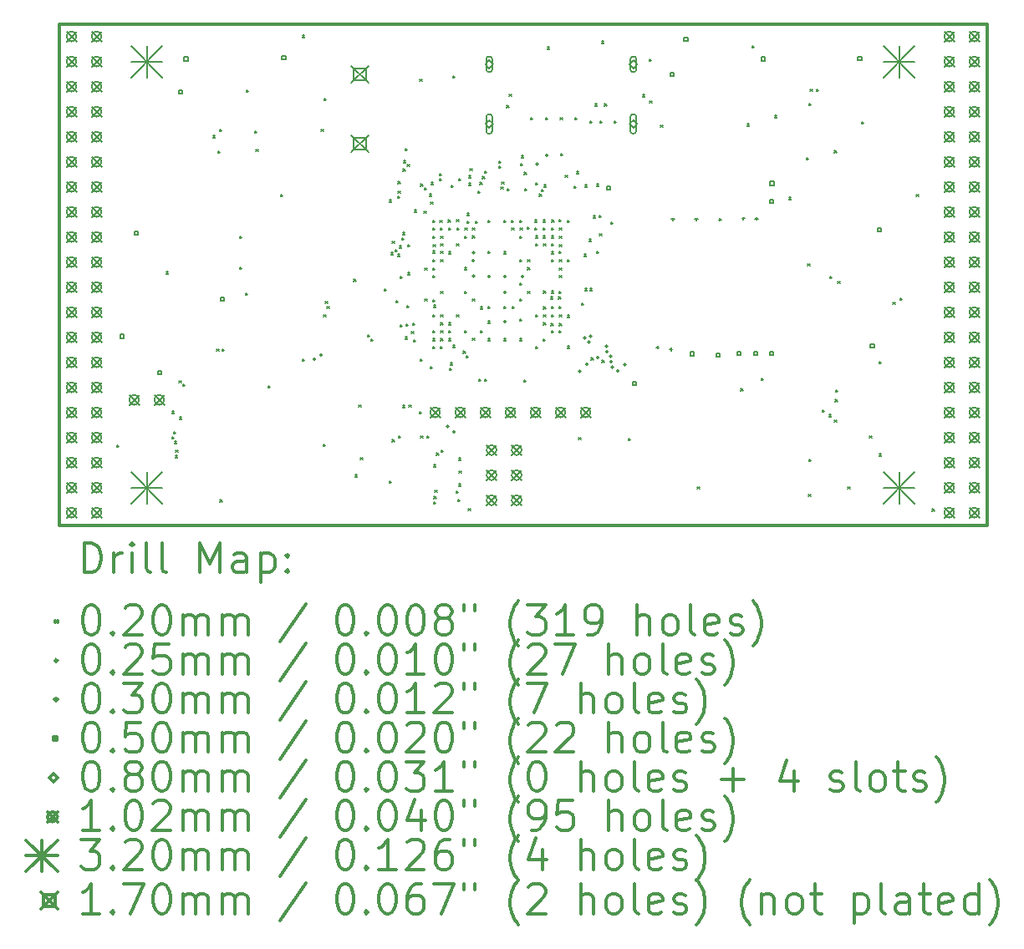
<source format=gbr>
%FSLAX45Y45*%
G04 Gerber Fmt 4.5, Leading zero omitted, Abs format (unit mm)*
G04 Created by KiCad (PCBNEW 4.0.7+dfsg1-1) date Thu Oct 12 14:50:06 2017*
%MOMM*%
%LPD*%
G01*
G04 APERTURE LIST*
%ADD10C,0.127000*%
%ADD11C,0.300000*%
%ADD12C,0.200000*%
G04 APERTURE END LIST*
D10*
D11*
X9410000Y-6142000D02*
X9410000Y-11222000D01*
X18808000Y-6142000D02*
X9410000Y-6142000D01*
X18808000Y-11222000D02*
X18808000Y-6142000D01*
X9410000Y-11222000D02*
X18808000Y-11222000D01*
D12*
X9998000Y-10410000D02*
X10018000Y-10430000D01*
X10018000Y-10410000D02*
X9998000Y-10430000D01*
X10493771Y-8653299D02*
X10513771Y-8673299D01*
X10513771Y-8653299D02*
X10493771Y-8673299D01*
X10555187Y-10325526D02*
X10575187Y-10345526D01*
X10575187Y-10325526D02*
X10555187Y-10345526D01*
X10557972Y-10068392D02*
X10577972Y-10088392D01*
X10577972Y-10068392D02*
X10557972Y-10088392D01*
X10570316Y-10275043D02*
X10590316Y-10295043D01*
X10590316Y-10275043D02*
X10570316Y-10295043D01*
X10580671Y-10371655D02*
X10600671Y-10391655D01*
X10600671Y-10371655D02*
X10580671Y-10391655D01*
X10587368Y-10514871D02*
X10607368Y-10534871D01*
X10607368Y-10514871D02*
X10587368Y-10534871D01*
X10592360Y-10459757D02*
X10612360Y-10479757D01*
X10612360Y-10459757D02*
X10592360Y-10479757D01*
X10626851Y-9756275D02*
X10646851Y-9776275D01*
X10646851Y-9756275D02*
X10626851Y-9776275D01*
X10630117Y-10127790D02*
X10650117Y-10147790D01*
X10650117Y-10127790D02*
X10630117Y-10147790D01*
X10664117Y-9793541D02*
X10684117Y-9813541D01*
X10684117Y-9793541D02*
X10664117Y-9813541D01*
X10972800Y-7273000D02*
X10992800Y-7293000D01*
X10992800Y-7273000D02*
X10972800Y-7293000D01*
X11009310Y-9438989D02*
X11029310Y-9458989D01*
X11029310Y-9438989D02*
X11009310Y-9458989D01*
X11021352Y-7428070D02*
X11041352Y-7448070D01*
X11041352Y-7428070D02*
X11021352Y-7448070D01*
X11038300Y-7211500D02*
X11058300Y-7231500D01*
X11058300Y-7211500D02*
X11038300Y-7231500D01*
X11042966Y-10966034D02*
X11062966Y-10986034D01*
X11062966Y-10966034D02*
X11042966Y-10986034D01*
X11061873Y-9435178D02*
X11081873Y-9455178D01*
X11081873Y-9435178D02*
X11061873Y-9455178D01*
X11241500Y-8291000D02*
X11261500Y-8311000D01*
X11261500Y-8291000D02*
X11241500Y-8311000D01*
X11241500Y-8608500D02*
X11261500Y-8628500D01*
X11261500Y-8608500D02*
X11241500Y-8628500D01*
X11298000Y-8870000D02*
X11318000Y-8890000D01*
X11318000Y-8870000D02*
X11298000Y-8890000D01*
X11311224Y-6814440D02*
X11331224Y-6834440D01*
X11331224Y-6814440D02*
X11311224Y-6834440D01*
X11393900Y-7224200D02*
X11413900Y-7244200D01*
X11413900Y-7224200D02*
X11393900Y-7244200D01*
X11406600Y-7414700D02*
X11426600Y-7434700D01*
X11426600Y-7414700D02*
X11406600Y-7434700D01*
X11530468Y-9806782D02*
X11550468Y-9826782D01*
X11550468Y-9806782D02*
X11530468Y-9826782D01*
X11655434Y-7867799D02*
X11675434Y-7887799D01*
X11675434Y-7867799D02*
X11655434Y-7887799D01*
X11874380Y-9539822D02*
X11894380Y-9559822D01*
X11894380Y-9539822D02*
X11874380Y-9559822D01*
X11875869Y-6255897D02*
X11895869Y-6275897D01*
X11895869Y-6255897D02*
X11875869Y-6275897D01*
X12067000Y-7211500D02*
X12087000Y-7231500D01*
X12087000Y-7211500D02*
X12067000Y-7231500D01*
X12090313Y-10403113D02*
X12110313Y-10423113D01*
X12110313Y-10403113D02*
X12090313Y-10423113D01*
X12093648Y-9090823D02*
X12113648Y-9110823D01*
X12113648Y-9090823D02*
X12093648Y-9110823D01*
X12098665Y-6897853D02*
X12118665Y-6917853D01*
X12118665Y-6897853D02*
X12098665Y-6917853D01*
X12110622Y-8956298D02*
X12130622Y-8976298D01*
X12130622Y-8956298D02*
X12110622Y-8976298D01*
X12126901Y-9006422D02*
X12146901Y-9026422D01*
X12146901Y-9006422D02*
X12126901Y-9026422D01*
X12398000Y-8730000D02*
X12418000Y-8750000D01*
X12418000Y-8730000D02*
X12398000Y-8750000D01*
X12398000Y-8730000D02*
X12418000Y-8750000D01*
X12418000Y-8730000D02*
X12398000Y-8750000D01*
X12410242Y-10710764D02*
X12430242Y-10730764D01*
X12430242Y-10710764D02*
X12410242Y-10730764D01*
X12448000Y-10005500D02*
X12468000Y-10025500D01*
X12468000Y-10005500D02*
X12448000Y-10025500D01*
X12464182Y-10539469D02*
X12484182Y-10559469D01*
X12484182Y-10539469D02*
X12464182Y-10559469D01*
X12538000Y-9290000D02*
X12558000Y-9310000D01*
X12558000Y-9290000D02*
X12538000Y-9310000D01*
X12572728Y-9335266D02*
X12592728Y-9355266D01*
X12592728Y-9335266D02*
X12572728Y-9355266D01*
X12704513Y-8827908D02*
X12724513Y-8847908D01*
X12724513Y-8827908D02*
X12704513Y-8847908D01*
X12754366Y-7925556D02*
X12774366Y-7945556D01*
X12774366Y-7925556D02*
X12754366Y-7945556D01*
X12755664Y-10771679D02*
X12775664Y-10791679D01*
X12775664Y-10771679D02*
X12755664Y-10791679D01*
X12772416Y-8458897D02*
X12792416Y-8478897D01*
X12792416Y-8458897D02*
X12772416Y-8478897D01*
X12785133Y-10356640D02*
X12805133Y-10376640D01*
X12805133Y-10356640D02*
X12785133Y-10376640D01*
X12786626Y-8342795D02*
X12806626Y-8362795D01*
X12806626Y-8342795D02*
X12786626Y-8362795D01*
X12815628Y-8428729D02*
X12835628Y-8448729D01*
X12835628Y-8428729D02*
X12815628Y-8448729D01*
X12822131Y-8943995D02*
X12842131Y-8963995D01*
X12842131Y-8943995D02*
X12822131Y-8963995D01*
X12838971Y-8476738D02*
X12858971Y-8496738D01*
X12858971Y-8476738D02*
X12838971Y-8496738D01*
X12841590Y-7889418D02*
X12861590Y-7909418D01*
X12861590Y-7889418D02*
X12841590Y-7909418D01*
X12844557Y-7737658D02*
X12864557Y-7757658D01*
X12864557Y-7737658D02*
X12844557Y-7757658D01*
X12846973Y-7836992D02*
X12866973Y-7856992D01*
X12866973Y-7836992D02*
X12846973Y-7856992D01*
X12850280Y-10316052D02*
X12870280Y-10336052D01*
X12870280Y-10316052D02*
X12850280Y-10336052D01*
X12856960Y-8392024D02*
X12876960Y-8412024D01*
X12876960Y-8392024D02*
X12856960Y-8412024D01*
X12867063Y-9190984D02*
X12887063Y-9210984D01*
X12887063Y-9190984D02*
X12867063Y-9210984D01*
X12867665Y-8701088D02*
X12887665Y-8721088D01*
X12887665Y-8701088D02*
X12867665Y-8721088D01*
X12884885Y-8308326D02*
X12904885Y-8328326D01*
X12904885Y-8308326D02*
X12884885Y-8328326D01*
X12890520Y-10007480D02*
X12910520Y-10027480D01*
X12910520Y-10007480D02*
X12890520Y-10027480D01*
X12891675Y-8256064D02*
X12911675Y-8276064D01*
X12911675Y-8256064D02*
X12891675Y-8276064D01*
X12896163Y-7612957D02*
X12916163Y-7632957D01*
X12916163Y-7612957D02*
X12896163Y-7632957D01*
X12902225Y-7526361D02*
X12922225Y-7546361D01*
X12922225Y-7526361D02*
X12902225Y-7546361D01*
X12915222Y-7404246D02*
X12935222Y-7424246D01*
X12935222Y-7404246D02*
X12915222Y-7424246D01*
X12915467Y-9314463D02*
X12935467Y-9334463D01*
X12935467Y-9314463D02*
X12915467Y-9334463D01*
X12923676Y-9183899D02*
X12943676Y-9203899D01*
X12943676Y-9183899D02*
X12923676Y-9203899D01*
X12935918Y-8993919D02*
X12955918Y-9013919D01*
X12955918Y-8993919D02*
X12935918Y-9013919D01*
X12939334Y-7563781D02*
X12959334Y-7583781D01*
X12959334Y-7563781D02*
X12939334Y-7583781D01*
X12941393Y-8376098D02*
X12961393Y-8396098D01*
X12961393Y-8376098D02*
X12941393Y-8396098D01*
X12944260Y-8660352D02*
X12964260Y-8680352D01*
X12964260Y-8660352D02*
X12944260Y-8680352D01*
X12956000Y-10005500D02*
X12976000Y-10025500D01*
X12976000Y-10005500D02*
X12956000Y-10025500D01*
X12980206Y-9257825D02*
X13000206Y-9277825D01*
X13000206Y-9257825D02*
X12980206Y-9277825D01*
X12992293Y-9173424D02*
X13012293Y-9193424D01*
X13012293Y-9173424D02*
X12992293Y-9193424D01*
X13004130Y-9342914D02*
X13024130Y-9362914D01*
X13024130Y-9342914D02*
X13004130Y-9362914D01*
X13009682Y-8027773D02*
X13029682Y-8047773D01*
X13029682Y-8027773D02*
X13009682Y-8047773D01*
X13059238Y-10069000D02*
X13079238Y-10089000D01*
X13079238Y-10069000D02*
X13059238Y-10089000D01*
X13066199Y-6701962D02*
X13086199Y-6721962D01*
X13086199Y-6701962D02*
X13066199Y-6721962D01*
X13070707Y-9535414D02*
X13090707Y-9555414D01*
X13090707Y-9535414D02*
X13070707Y-9555414D01*
X13073949Y-10316052D02*
X13093949Y-10336052D01*
X13093949Y-10316052D02*
X13073949Y-10336052D01*
X13075683Y-7764262D02*
X13095683Y-7784262D01*
X13095683Y-7764262D02*
X13075683Y-7784262D01*
X13108000Y-8040000D02*
X13128000Y-8060000D01*
X13128000Y-8040000D02*
X13108000Y-8060000D01*
X13113091Y-7801384D02*
X13133091Y-7821384D01*
X13133091Y-7801384D02*
X13113091Y-7821384D01*
X13115453Y-8615136D02*
X13135453Y-8635136D01*
X13135453Y-8615136D02*
X13115453Y-8635136D01*
X13118000Y-8930000D02*
X13138000Y-8950000D01*
X13138000Y-8930000D02*
X13118000Y-8950000D01*
X13135385Y-10316052D02*
X13155385Y-10336052D01*
X13155385Y-10316052D02*
X13135385Y-10336052D01*
X13160933Y-7864587D02*
X13180933Y-7884587D01*
X13180933Y-7864587D02*
X13160933Y-7884587D01*
X13170890Y-9612737D02*
X13190890Y-9632737D01*
X13190890Y-9612737D02*
X13170890Y-9632737D01*
X13174731Y-7948989D02*
X13194731Y-7968989D01*
X13194731Y-7948989D02*
X13174731Y-7968989D01*
X13182329Y-7748485D02*
X13202329Y-7768485D01*
X13202329Y-7748485D02*
X13182329Y-7768485D01*
X13197765Y-9087799D02*
X13217765Y-9107799D01*
X13217765Y-9087799D02*
X13197765Y-9107799D01*
X13197789Y-8617215D02*
X13217789Y-8637215D01*
X13217789Y-8617215D02*
X13197789Y-8637215D01*
X13197962Y-8532814D02*
X13217962Y-8552814D01*
X13217962Y-8532814D02*
X13197962Y-8552814D01*
X13198000Y-8440334D02*
X13218000Y-8460334D01*
X13218000Y-8440334D02*
X13198000Y-8460334D01*
X13198000Y-8130000D02*
X13218000Y-8150000D01*
X13218000Y-8130000D02*
X13198000Y-8150000D01*
X13198000Y-8207799D02*
X13218000Y-8227799D01*
X13218000Y-8207799D02*
X13198000Y-8227799D01*
X13198000Y-8690000D02*
X13218000Y-8710000D01*
X13218000Y-8690000D02*
X13198000Y-8710000D01*
X13198000Y-8934402D02*
X13218000Y-8954402D01*
X13218000Y-8934402D02*
X13198000Y-8954402D01*
X13198000Y-9250000D02*
X13218000Y-9270000D01*
X13218000Y-9250000D02*
X13198000Y-9270000D01*
X13198000Y-9330000D02*
X13218000Y-9350000D01*
X13218000Y-9330000D02*
X13198000Y-9350000D01*
X13198000Y-9410000D02*
X13218000Y-9430000D01*
X13218000Y-9410000D02*
X13198000Y-9430000D01*
X13198482Y-8292201D02*
X13218482Y-8312201D01*
X13218482Y-8292201D02*
X13198482Y-8312201D01*
X13201744Y-8376602D02*
X13221744Y-8396602D01*
X13221744Y-8376602D02*
X13201744Y-8396602D01*
X13204611Y-10984026D02*
X13224611Y-11004026D01*
X13224611Y-10984026D02*
X13204611Y-11004026D01*
X13205608Y-8993095D02*
X13225608Y-9013095D01*
X13225608Y-8993095D02*
X13205608Y-9013095D01*
X13206286Y-10608587D02*
X13226286Y-10628587D01*
X13226286Y-10608587D02*
X13206286Y-10628587D01*
X13208900Y-10931500D02*
X13228900Y-10951500D01*
X13228900Y-10931500D02*
X13208900Y-10951500D01*
X13218000Y-10870000D02*
X13238000Y-10890000D01*
X13238000Y-10870000D02*
X13218000Y-10890000D01*
X13234844Y-10489450D02*
X13254844Y-10509450D01*
X13254844Y-10489450D02*
X13234844Y-10509450D01*
X13263724Y-7657621D02*
X13283724Y-7677621D01*
X13283724Y-7657621D02*
X13263724Y-7677621D01*
X13266117Y-7710267D02*
X13286117Y-7730267D01*
X13286117Y-7710267D02*
X13266117Y-7730267D01*
X13268333Y-8129999D02*
X13288333Y-8149999D01*
X13288333Y-8129999D02*
X13268333Y-8149999D01*
X13271035Y-8207799D02*
X13291035Y-8227799D01*
X13291035Y-8207799D02*
X13271035Y-8227799D01*
X13274623Y-9409707D02*
X13294623Y-9429707D01*
X13294623Y-9409707D02*
X13274623Y-9429707D01*
X13277580Y-8532814D02*
X13297580Y-8552814D01*
X13297580Y-8532814D02*
X13277580Y-8552814D01*
X13278000Y-8292201D02*
X13298000Y-8312201D01*
X13298000Y-8292201D02*
X13278000Y-8312201D01*
X13278000Y-8850000D02*
X13298000Y-8870000D01*
X13298000Y-8850000D02*
X13278000Y-8870000D01*
X13278000Y-9090000D02*
X13298000Y-9110000D01*
X13298000Y-9090000D02*
X13278000Y-9110000D01*
X13278000Y-9170000D02*
X13298000Y-9190000D01*
X13298000Y-9170000D02*
X13278000Y-9190000D01*
X13278000Y-9250000D02*
X13298000Y-9270000D01*
X13298000Y-9250000D02*
X13278000Y-9270000D01*
X13278000Y-9330000D02*
X13298000Y-9350000D01*
X13298000Y-9330000D02*
X13278000Y-9350000D01*
X13278042Y-8446122D02*
X13298042Y-8466122D01*
X13298042Y-8446122D02*
X13278042Y-8466122D01*
X13278650Y-8367799D02*
X13298650Y-8387799D01*
X13298650Y-8367799D02*
X13278650Y-8387799D01*
X13283696Y-10459892D02*
X13303696Y-10479892D01*
X13303696Y-10459892D02*
X13283696Y-10479892D01*
X13352734Y-8129641D02*
X13372734Y-8149641D01*
X13372734Y-8129641D02*
X13352734Y-8149641D01*
X13355436Y-8207799D02*
X13375436Y-8227799D01*
X13375436Y-8207799D02*
X13355436Y-8227799D01*
X13357194Y-8449520D02*
X13377194Y-8469520D01*
X13377194Y-8449520D02*
X13357194Y-8469520D01*
X13358000Y-9170000D02*
X13378000Y-9190000D01*
X13378000Y-9170000D02*
X13358000Y-9190000D01*
X13358000Y-9250000D02*
X13378000Y-9270000D01*
X13378000Y-9250000D02*
X13358000Y-9270000D01*
X13358567Y-9330248D02*
X13378567Y-9350248D01*
X13378567Y-9330248D02*
X13358567Y-9350248D01*
X13366285Y-9629515D02*
X13386285Y-9649515D01*
X13386285Y-9629515D02*
X13366285Y-9649515D01*
X13375239Y-9577580D02*
X13395239Y-9597580D01*
X13395239Y-9577580D02*
X13375239Y-9597580D01*
X13382219Y-7775484D02*
X13402219Y-7795484D01*
X13402219Y-7775484D02*
X13382219Y-7795484D01*
X13397916Y-6668615D02*
X13417916Y-6688615D01*
X13417916Y-6668615D02*
X13397916Y-6688615D01*
X13401302Y-9399908D02*
X13421302Y-9419908D01*
X13421302Y-9399908D02*
X13401302Y-9419908D01*
X13436400Y-10874197D02*
X13456400Y-10894197D01*
X13456400Y-10874197D02*
X13436400Y-10894197D01*
X13437135Y-8124791D02*
X13457135Y-8144791D01*
X13457135Y-8124791D02*
X13437135Y-8144791D01*
X13438000Y-8370000D02*
X13458000Y-8390000D01*
X13458000Y-8370000D02*
X13438000Y-8390000D01*
X13438000Y-9090000D02*
X13458000Y-9110000D01*
X13458000Y-9090000D02*
X13438000Y-9110000D01*
X13440141Y-8207758D02*
X13460141Y-8227758D01*
X13460141Y-8207758D02*
X13440141Y-8227758D01*
X13453687Y-10961995D02*
X13473687Y-10981995D01*
X13473687Y-10961995D02*
X13453687Y-10981995D01*
X13457587Y-10803159D02*
X13477587Y-10823159D01*
X13477587Y-10803159D02*
X13457587Y-10823159D01*
X13460201Y-7710000D02*
X13480201Y-7730000D01*
X13480201Y-7710000D02*
X13460201Y-7730000D01*
X13460735Y-10540845D02*
X13480735Y-10560845D01*
X13480735Y-10540845D02*
X13460735Y-10560845D01*
X13465065Y-10671051D02*
X13485065Y-10691051D01*
X13485065Y-10671051D02*
X13465065Y-10691051D01*
X13507267Y-9458948D02*
X13527267Y-9478948D01*
X13527267Y-9458948D02*
X13507267Y-9478948D01*
X13517331Y-8851860D02*
X13537331Y-8871860D01*
X13537331Y-8851860D02*
X13517331Y-8871860D01*
X13518000Y-8292201D02*
X13538000Y-8312201D01*
X13538000Y-8292201D02*
X13518000Y-8312201D01*
X13518000Y-8610000D02*
X13538000Y-8630000D01*
X13538000Y-8610000D02*
X13518000Y-8630000D01*
X13518000Y-9250000D02*
X13538000Y-9270000D01*
X13538000Y-9250000D02*
X13518000Y-9270000D01*
X13524542Y-8207681D02*
X13544542Y-8227681D01*
X13544542Y-8207681D02*
X13524542Y-8227681D01*
X13535699Y-9501881D02*
X13555699Y-9521881D01*
X13555699Y-9501881D02*
X13535699Y-9521881D01*
X13546744Y-8060230D02*
X13566744Y-8080230D01*
X13566744Y-8060230D02*
X13546744Y-8080230D01*
X13546744Y-8138922D02*
X13566744Y-8158922D01*
X13566744Y-8138922D02*
X13546744Y-8158922D01*
X13555656Y-11051071D02*
X13575656Y-11071071D01*
X13575656Y-11051071D02*
X13555656Y-11071071D01*
X13559498Y-7754855D02*
X13579498Y-7774855D01*
X13579498Y-7754855D02*
X13559498Y-7774855D01*
X13562542Y-7680938D02*
X13582542Y-7700938D01*
X13582542Y-7680938D02*
X13562542Y-7700938D01*
X13573070Y-7610061D02*
X13593070Y-7630061D01*
X13593070Y-7610061D02*
X13573070Y-7630061D01*
X13598000Y-8210000D02*
X13618000Y-8230000D01*
X13618000Y-8210000D02*
X13598000Y-8230000D01*
X13598000Y-8290000D02*
X13618000Y-8310000D01*
X13618000Y-8290000D02*
X13598000Y-8310000D01*
X13598517Y-8929483D02*
X13618517Y-8949483D01*
X13618517Y-8929483D02*
X13598517Y-8949483D01*
X13599596Y-9326965D02*
X13619596Y-9346965D01*
X13619596Y-9326965D02*
X13599596Y-9346965D01*
X13631144Y-8139731D02*
X13651144Y-8159731D01*
X13651144Y-8139731D02*
X13631144Y-8159731D01*
X13653412Y-7835167D02*
X13673412Y-7855167D01*
X13673412Y-7835167D02*
X13653412Y-7855167D01*
X13664090Y-9741450D02*
X13684090Y-9761450D01*
X13684090Y-9741450D02*
X13664090Y-9761450D01*
X13675600Y-7746298D02*
X13695600Y-7766298D01*
X13695600Y-7746298D02*
X13675600Y-7766298D01*
X13678000Y-9250000D02*
X13698000Y-9270000D01*
X13698000Y-9250000D02*
X13678000Y-9270000D01*
X13678517Y-9009483D02*
X13698517Y-9029483D01*
X13698517Y-9009483D02*
X13678517Y-9029483D01*
X13700695Y-7687992D02*
X13720695Y-7707992D01*
X13720695Y-7687992D02*
X13700695Y-7707992D01*
X13719559Y-9743802D02*
X13739559Y-9763802D01*
X13739559Y-9743802D02*
X13719559Y-9763802D01*
X13720873Y-7631502D02*
X13740873Y-7651502D01*
X13740873Y-7631502D02*
X13720873Y-7651502D01*
X13755905Y-9153803D02*
X13775905Y-9173803D01*
X13775905Y-9153803D02*
X13755905Y-9173803D01*
X13758000Y-8130000D02*
X13778000Y-8150000D01*
X13778000Y-8130000D02*
X13758000Y-8150000D01*
X13758000Y-9007299D02*
X13778000Y-9027299D01*
X13778000Y-9007299D02*
X13758000Y-9027299D01*
X13758000Y-9330000D02*
X13778000Y-9350000D01*
X13778000Y-9330000D02*
X13758000Y-9350000D01*
X13758056Y-8443409D02*
X13778056Y-8463409D01*
X13778056Y-8443409D02*
X13758056Y-8463409D01*
X13867568Y-7584299D02*
X13887568Y-7604299D01*
X13887568Y-7584299D02*
X13867568Y-7604299D01*
X13867920Y-7530076D02*
X13887920Y-7550076D01*
X13887920Y-7530076D02*
X13867920Y-7550076D01*
X13886806Y-7794095D02*
X13906806Y-7814095D01*
X13906806Y-7794095D02*
X13886806Y-7814095D01*
X13894936Y-7742024D02*
X13914936Y-7762024D01*
X13914936Y-7742024D02*
X13894936Y-7762024D01*
X13917252Y-8451135D02*
X13937252Y-8471135D01*
X13937252Y-8451135D02*
X13917252Y-8471135D01*
X13918000Y-8130000D02*
X13938000Y-8150000D01*
X13938000Y-8130000D02*
X13918000Y-8150000D01*
X13918000Y-9002299D02*
X13938000Y-9022299D01*
X13938000Y-9002299D02*
X13918000Y-9022299D01*
X13918000Y-9330000D02*
X13938000Y-9350000D01*
X13938000Y-9330000D02*
X13918000Y-9350000D01*
X13947561Y-6969286D02*
X13967561Y-6989286D01*
X13967561Y-6969286D02*
X13947561Y-6989286D01*
X13948512Y-7810586D02*
X13968512Y-7830586D01*
X13968512Y-7810586D02*
X13948512Y-7830586D01*
X13972000Y-6856567D02*
X13992000Y-6876567D01*
X13992000Y-6856567D02*
X13972000Y-6876567D01*
X13993599Y-8130000D02*
X14013599Y-8150000D01*
X14013599Y-8130000D02*
X13993599Y-8150000D01*
X13998000Y-8210000D02*
X14018000Y-8230000D01*
X14018000Y-8210000D02*
X13998000Y-8230000D01*
X13999489Y-9002299D02*
X14019489Y-9022299D01*
X14019489Y-9002299D02*
X13999489Y-9022299D01*
X14076403Y-8294140D02*
X14096403Y-8314140D01*
X14096403Y-8294140D02*
X14076403Y-8314140D01*
X14077419Y-9133335D02*
X14097419Y-9153335D01*
X14097419Y-9133335D02*
X14077419Y-9153335D01*
X14078000Y-8130000D02*
X14098000Y-8150000D01*
X14098000Y-8130000D02*
X14078000Y-8150000D01*
X14078000Y-8530000D02*
X14098000Y-8550000D01*
X14098000Y-8530000D02*
X14078000Y-8550000D01*
X14078000Y-8770000D02*
X14098000Y-8790000D01*
X14098000Y-8770000D02*
X14078000Y-8790000D01*
X14078000Y-8930000D02*
X14098000Y-8950000D01*
X14098000Y-8930000D02*
X14078000Y-8950000D01*
X14078000Y-9330000D02*
X14098000Y-9350000D01*
X14098000Y-9330000D02*
X14078000Y-9350000D01*
X14082401Y-8207928D02*
X14102401Y-8227928D01*
X14102401Y-8207928D02*
X14082401Y-8227928D01*
X14088006Y-7558194D02*
X14108006Y-7578194D01*
X14108006Y-7558194D02*
X14088006Y-7578194D01*
X14094664Y-7477380D02*
X14114664Y-7497380D01*
X14114664Y-7477380D02*
X14094664Y-7497380D01*
X14118000Y-9750000D02*
X14138000Y-9770000D01*
X14138000Y-9750000D02*
X14118000Y-9770000D01*
X14124297Y-7645500D02*
X14144297Y-7665500D01*
X14144297Y-7645500D02*
X14124297Y-7665500D01*
X14128016Y-7812697D02*
X14148016Y-7832697D01*
X14148016Y-7812697D02*
X14128016Y-7832697D01*
X14155799Y-8203034D02*
X14175799Y-8223034D01*
X14175799Y-8203034D02*
X14155799Y-8223034D01*
X14158000Y-8530000D02*
X14178000Y-8550000D01*
X14178000Y-8530000D02*
X14158000Y-8550000D01*
X14158000Y-8610000D02*
X14178000Y-8630000D01*
X14178000Y-8610000D02*
X14158000Y-8630000D01*
X14158000Y-8850000D02*
X14178000Y-8870000D01*
X14178000Y-8850000D02*
X14158000Y-8870000D01*
X14190056Y-7090851D02*
X14210056Y-7110851D01*
X14210056Y-7090851D02*
X14190056Y-7110851D01*
X14229642Y-8209139D02*
X14249642Y-8229139D01*
X14249642Y-8209139D02*
X14229642Y-8229139D01*
X14231398Y-8128224D02*
X14251398Y-8148224D01*
X14251398Y-8128224D02*
X14231398Y-8148224D01*
X14237355Y-8289891D02*
X14257355Y-8309891D01*
X14257355Y-8289891D02*
X14237355Y-8309891D01*
X14238000Y-7750000D02*
X14258000Y-7770000D01*
X14258000Y-7750000D02*
X14238000Y-7770000D01*
X14238000Y-8370000D02*
X14258000Y-8390000D01*
X14258000Y-8370000D02*
X14238000Y-8390000D01*
X14238000Y-9090000D02*
X14258000Y-9110000D01*
X14258000Y-9090000D02*
X14238000Y-9110000D01*
X14238000Y-9410000D02*
X14258000Y-9430000D01*
X14258000Y-9410000D02*
X14238000Y-9430000D01*
X14275272Y-7865993D02*
X14295272Y-7885993D01*
X14295272Y-7865993D02*
X14275272Y-7885993D01*
X14300511Y-7819522D02*
X14320511Y-7839522D01*
X14320511Y-7819522D02*
X14300511Y-7839522D01*
X14315799Y-8127963D02*
X14335799Y-8147963D01*
X14335799Y-8127963D02*
X14315799Y-8147963D01*
X14315799Y-8210715D02*
X14335799Y-8230715D01*
X14335799Y-8210715D02*
X14315799Y-8230715D01*
X14315799Y-8290000D02*
X14335799Y-8310000D01*
X14335799Y-8290000D02*
X14315799Y-8310000D01*
X14315801Y-9332315D02*
X14335801Y-9352315D01*
X14335801Y-9332315D02*
X14315801Y-9352315D01*
X14317803Y-8849503D02*
X14337803Y-8869503D01*
X14337803Y-8849503D02*
X14317803Y-8869503D01*
X14318000Y-8370000D02*
X14338000Y-8390000D01*
X14338000Y-8370000D02*
X14318000Y-8390000D01*
X14318000Y-9090000D02*
X14338000Y-9110000D01*
X14338000Y-9090000D02*
X14318000Y-9110000D01*
X14318000Y-9170000D02*
X14338000Y-9190000D01*
X14338000Y-9170000D02*
X14318000Y-9190000D01*
X14318182Y-9010195D02*
X14338182Y-9030195D01*
X14338182Y-9010195D02*
X14318182Y-9030195D01*
X14323180Y-7771946D02*
X14343180Y-7791946D01*
X14343180Y-7771946D02*
X14323180Y-7791946D01*
X14338035Y-7091653D02*
X14358035Y-7111653D01*
X14358035Y-7091653D02*
X14338035Y-7111653D01*
X14355067Y-6376252D02*
X14375067Y-6396252D01*
X14375067Y-6376252D02*
X14355067Y-6396252D01*
X14388995Y-8907799D02*
X14408995Y-8927799D01*
X14408995Y-8907799D02*
X14388995Y-8927799D01*
X14396483Y-9177765D02*
X14416483Y-9197765D01*
X14416483Y-9177765D02*
X14396483Y-9197765D01*
X14398000Y-9090000D02*
X14418000Y-9110000D01*
X14418000Y-9090000D02*
X14398000Y-9110000D01*
X14398242Y-9003286D02*
X14418242Y-9023286D01*
X14418242Y-9003286D02*
X14398242Y-9023286D01*
X14398283Y-8848451D02*
X14418283Y-8868451D01*
X14418283Y-8848451D02*
X14398283Y-8868451D01*
X14400201Y-8208560D02*
X14420201Y-8228560D01*
X14420201Y-8208560D02*
X14400201Y-8228560D01*
X14400201Y-8290000D02*
X14420201Y-8310000D01*
X14420201Y-8290000D02*
X14400201Y-8310000D01*
X14400201Y-8370000D02*
X14420201Y-8390000D01*
X14420201Y-8370000D02*
X14400201Y-8390000D01*
X14400201Y-8450000D02*
X14420201Y-8470000D01*
X14420201Y-8450000D02*
X14400201Y-8470000D01*
X14400201Y-8529722D02*
X14420201Y-8549722D01*
X14420201Y-8529722D02*
X14400201Y-8549722D01*
X14400201Y-9250000D02*
X14420201Y-9270000D01*
X14420201Y-9250000D02*
X14400201Y-9270000D01*
X14404602Y-8127478D02*
X14424602Y-8147478D01*
X14424602Y-8127478D02*
X14404602Y-8147478D01*
X14471061Y-8907799D02*
X14491061Y-8927799D01*
X14491061Y-8907799D02*
X14471061Y-8927799D01*
X14476639Y-8123398D02*
X14496639Y-8143398D01*
X14496639Y-8123398D02*
X14476639Y-8143398D01*
X14476724Y-9006446D02*
X14496724Y-9026446D01*
X14496724Y-9006446D02*
X14476724Y-9026446D01*
X14477765Y-8852201D02*
X14497765Y-8872201D01*
X14497765Y-8852201D02*
X14477765Y-8872201D01*
X14477769Y-8443293D02*
X14497769Y-8463293D01*
X14497769Y-8443293D02*
X14477769Y-8463293D01*
X14478235Y-9247799D02*
X14498235Y-9267799D01*
X14498235Y-9247799D02*
X14478235Y-9267799D01*
X14478509Y-8207799D02*
X14498509Y-8227799D01*
X14498509Y-8207799D02*
X14478509Y-8227799D01*
X14478654Y-8528519D02*
X14498654Y-8548519D01*
X14498654Y-8528519D02*
X14478654Y-8548519D01*
X14478856Y-8689382D02*
X14498856Y-8709382D01*
X14498856Y-8689382D02*
X14478856Y-8709382D01*
X14479038Y-8376602D02*
X14499038Y-8396602D01*
X14499038Y-8376602D02*
X14479038Y-8396602D01*
X14479163Y-9090847D02*
X14499163Y-9110847D01*
X14499163Y-9090847D02*
X14479163Y-9110847D01*
X14479410Y-8292201D02*
X14499410Y-8312201D01*
X14499410Y-8292201D02*
X14479410Y-8312201D01*
X14479577Y-9177444D02*
X14499577Y-9197444D01*
X14499577Y-9177444D02*
X14479577Y-9197444D01*
X14480128Y-8616874D02*
X14500128Y-8636874D01*
X14500128Y-8616874D02*
X14480128Y-8636874D01*
X14487842Y-7092405D02*
X14507842Y-7112405D01*
X14507842Y-7092405D02*
X14487842Y-7112405D01*
X14491706Y-7455585D02*
X14511706Y-7475585D01*
X14511706Y-7455585D02*
X14491706Y-7475585D01*
X14539401Y-7673483D02*
X14559401Y-7693483D01*
X14559401Y-7673483D02*
X14539401Y-7693483D01*
X14558000Y-8130000D02*
X14578000Y-8150000D01*
X14578000Y-8130000D02*
X14558000Y-8150000D01*
X14558000Y-8532201D02*
X14578000Y-8552201D01*
X14578000Y-8532201D02*
X14558000Y-8552201D01*
X14558000Y-9407799D02*
X14578000Y-9427799D01*
X14578000Y-9407799D02*
X14558000Y-9427799D01*
X14561303Y-9092201D02*
X14581303Y-9112201D01*
X14581303Y-9092201D02*
X14561303Y-9112201D01*
X14628717Y-7783934D02*
X14648717Y-7803934D01*
X14648717Y-7783934D02*
X14628717Y-7803934D01*
X14636897Y-7089394D02*
X14656897Y-7109394D01*
X14656897Y-7089394D02*
X14636897Y-7109394D01*
X14652765Y-7636130D02*
X14672765Y-7656130D01*
X14672765Y-7636130D02*
X14652765Y-7656130D01*
X14674429Y-10335274D02*
X14694429Y-10355274D01*
X14694429Y-10335274D02*
X14674429Y-10355274D01*
X14702593Y-8970288D02*
X14722593Y-8990288D01*
X14722593Y-8970288D02*
X14702593Y-8990288D01*
X14732247Y-8475859D02*
X14752247Y-8495859D01*
X14752247Y-8475859D02*
X14732247Y-8495859D01*
X14737067Y-8822484D02*
X14757067Y-8842484D01*
X14757067Y-8822484D02*
X14737067Y-8842484D01*
X14738000Y-7772201D02*
X14758000Y-7792201D01*
X14758000Y-7772201D02*
X14738000Y-7792201D01*
X14779417Y-8323581D02*
X14799417Y-8343581D01*
X14799417Y-8323581D02*
X14779417Y-8343581D01*
X14788736Y-7127779D02*
X14808736Y-7147779D01*
X14808736Y-7127779D02*
X14788736Y-7147779D01*
X14789768Y-8822484D02*
X14809768Y-8842484D01*
X14809768Y-8822484D02*
X14789768Y-8842484D01*
X14800281Y-9523902D02*
X14820281Y-9543902D01*
X14820281Y-9523902D02*
X14800281Y-9543902D01*
X14823777Y-8087578D02*
X14843777Y-8107578D01*
X14843777Y-8087578D02*
X14823777Y-8107578D01*
X14837783Y-6951968D02*
X14857783Y-6971968D01*
X14857783Y-6951968D02*
X14837783Y-6971968D01*
X14853988Y-7762935D02*
X14873988Y-7782935D01*
X14873988Y-7762935D02*
X14853988Y-7782935D01*
X14856880Y-8445039D02*
X14876880Y-8465039D01*
X14876880Y-8445039D02*
X14856880Y-8465039D01*
X14883585Y-8079901D02*
X14903585Y-8099901D01*
X14903585Y-8079901D02*
X14883585Y-8099901D01*
X14887565Y-8265534D02*
X14907565Y-8285534D01*
X14907565Y-8265534D02*
X14887565Y-8285534D01*
X14889119Y-7127779D02*
X14909119Y-7147779D01*
X14909119Y-7127779D02*
X14889119Y-7147779D01*
X14908375Y-6315711D02*
X14928375Y-6335711D01*
X14928375Y-6315711D02*
X14908375Y-6335711D01*
X14910771Y-9550529D02*
X14930771Y-9570529D01*
X14930771Y-9550529D02*
X14910771Y-9570529D01*
X14937595Y-6951968D02*
X14957595Y-6971968D01*
X14957595Y-6951968D02*
X14937595Y-6971968D01*
X14998000Y-8150000D02*
X15018000Y-8170000D01*
X15018000Y-8150000D02*
X14998000Y-8170000D01*
X15035722Y-7127779D02*
X15055722Y-7147779D01*
X15055722Y-7127779D02*
X15035722Y-7147779D01*
X15179638Y-10341072D02*
X15199638Y-10361072D01*
X15199638Y-10341072D02*
X15179638Y-10361072D01*
X15322234Y-6857342D02*
X15342234Y-6877342D01*
X15342234Y-6857342D02*
X15322234Y-6877342D01*
X15388420Y-6497712D02*
X15408420Y-6517712D01*
X15408420Y-6497712D02*
X15388420Y-6517712D01*
X15394400Y-6919400D02*
X15414400Y-6939400D01*
X15414400Y-6919400D02*
X15394400Y-6939400D01*
X15504936Y-7166453D02*
X15524936Y-7186453D01*
X15524936Y-7166453D02*
X15504936Y-7186453D01*
X15877000Y-10831000D02*
X15897000Y-10851000D01*
X15897000Y-10831000D02*
X15877000Y-10851000D01*
X16317742Y-9840172D02*
X16337742Y-9860172D01*
X16337742Y-9840172D02*
X16317742Y-9860172D01*
X16380885Y-7155186D02*
X16400885Y-7175186D01*
X16400885Y-7155186D02*
X16380885Y-7175186D01*
X16433388Y-6363745D02*
X16453388Y-6383745D01*
X16453388Y-6363745D02*
X16433388Y-6383745D01*
X16524921Y-9732292D02*
X16544921Y-9752292D01*
X16544921Y-9732292D02*
X16524921Y-9752292D01*
X16657891Y-7070355D02*
X16677891Y-7090355D01*
X16677891Y-7070355D02*
X16657891Y-7090355D01*
X16806644Y-7900804D02*
X16826644Y-7920804D01*
X16826644Y-7900804D02*
X16806644Y-7920804D01*
X16979535Y-7499299D02*
X16999535Y-7519299D01*
X16999535Y-7499299D02*
X16979535Y-7519299D01*
X16994600Y-8570400D02*
X17014600Y-8590400D01*
X17014600Y-8570400D02*
X16994600Y-8590400D01*
X17002604Y-10911247D02*
X17022604Y-10931247D01*
X17022604Y-10911247D02*
X17002604Y-10931247D01*
X17005773Y-10556635D02*
X17025773Y-10576635D01*
X17025773Y-10556635D02*
X17005773Y-10576635D01*
X17008296Y-6947101D02*
X17028296Y-6967101D01*
X17028296Y-6947101D02*
X17008296Y-6967101D01*
X17020000Y-6805100D02*
X17040000Y-6825100D01*
X17040000Y-6805100D02*
X17020000Y-6825100D01*
X17085000Y-6802556D02*
X17105000Y-6822556D01*
X17105000Y-6802556D02*
X17085000Y-6822556D01*
X17144030Y-10054574D02*
X17164030Y-10074574D01*
X17164030Y-10054574D02*
X17144030Y-10074574D01*
X17209336Y-10100566D02*
X17229336Y-10120566D01*
X17229336Y-10100566D02*
X17209336Y-10120566D01*
X17218956Y-8702405D02*
X17238956Y-8722405D01*
X17238956Y-8702405D02*
X17218956Y-8722405D01*
X17264664Y-7424799D02*
X17284664Y-7444799D01*
X17284664Y-7424799D02*
X17264664Y-7444799D01*
X17266127Y-10155168D02*
X17286127Y-10175168D01*
X17286127Y-10155168D02*
X17266127Y-10175168D01*
X17273463Y-9949992D02*
X17293463Y-9969992D01*
X17293463Y-9949992D02*
X17273463Y-9969992D01*
X17277992Y-9851865D02*
X17297992Y-9871865D01*
X17297992Y-9851865D02*
X17277992Y-9871865D01*
X17299400Y-8748200D02*
X17319400Y-8768200D01*
X17319400Y-8748200D02*
X17299400Y-8768200D01*
X17401000Y-10831000D02*
X17421000Y-10851000D01*
X17421000Y-10831000D02*
X17401000Y-10851000D01*
X17539563Y-7135743D02*
X17559563Y-7155743D01*
X17559563Y-7135743D02*
X17539563Y-7155743D01*
X17620559Y-10317981D02*
X17640559Y-10337981D01*
X17640559Y-10317981D02*
X17620559Y-10337981D01*
X17717400Y-10497912D02*
X17737400Y-10517912D01*
X17737400Y-10497912D02*
X17717400Y-10517912D01*
X17718500Y-9561000D02*
X17738500Y-9581000D01*
X17738500Y-9561000D02*
X17718500Y-9581000D01*
X17856591Y-8961390D02*
X17876591Y-8981390D01*
X17876591Y-8961390D02*
X17856591Y-8981390D01*
X17927598Y-8921781D02*
X17947598Y-8941781D01*
X17947598Y-8921781D02*
X17927598Y-8941781D01*
X18096500Y-7868500D02*
X18116500Y-7888500D01*
X18116500Y-7868500D02*
X18096500Y-7888500D01*
X18255436Y-11056584D02*
X18275436Y-11076584D01*
X18275436Y-11056584D02*
X18255436Y-11076584D01*
X12010516Y-9541295D02*
G75*
G03X12010516Y-9541295I-12700J0D01*
G01*
X12076103Y-9497760D02*
G75*
G03X12076103Y-9497760I-12700J0D01*
G01*
X13357629Y-10223262D02*
G75*
G03X13357629Y-10223262I-12700J0D01*
G01*
X13420141Y-10275223D02*
G75*
G03X13420141Y-10275223I-12700J0D01*
G01*
X13620700Y-8460000D02*
G75*
G03X13620700Y-8460000I-12700J0D01*
G01*
X13620700Y-8540000D02*
G75*
G03X13620700Y-8540000I-12700J0D01*
G01*
X13623799Y-8699540D02*
G75*
G03X13623799Y-8699540I-12700J0D01*
G01*
X13780700Y-8700000D02*
G75*
G03X13780700Y-8700000I-12700J0D01*
G01*
X13939164Y-9161521D02*
G75*
G03X13939164Y-9161521I-12700J0D01*
G01*
X13940700Y-8700000D02*
G75*
G03X13940700Y-8700000I-12700J0D01*
G01*
X13940700Y-8860000D02*
G75*
G03X13940700Y-8860000I-12700J0D01*
G01*
X14116986Y-8699500D02*
G75*
G03X14116986Y-8699500I-12700J0D01*
G01*
X14265799Y-7566284D02*
G75*
G03X14265799Y-7566284I-12700J0D01*
G01*
X14365259Y-7474977D02*
G75*
G03X14365259Y-7474977I-12700J0D01*
G01*
X14698950Y-9661750D02*
G75*
G03X14698950Y-9661750I-12700J0D01*
G01*
X14748323Y-9321914D02*
G75*
G03X14748323Y-9321914I-12700J0D01*
G01*
X14766147Y-9591326D02*
G75*
G03X14766147Y-9591326I-12700J0D01*
G01*
X14790471Y-9369101D02*
G75*
G03X14790471Y-9369101I-12700J0D01*
G01*
X14804230Y-9306098D02*
G75*
G03X14804230Y-9306098I-12700J0D01*
G01*
X14878093Y-9524901D02*
G75*
G03X14878093Y-9524901I-12700J0D01*
G01*
X14969298Y-9405479D02*
G75*
G03X14969298Y-9405479I-12700J0D01*
G01*
X14971152Y-9463550D02*
G75*
G03X14971152Y-9463550I-12700J0D01*
G01*
X15007952Y-9508512D02*
G75*
G03X15007952Y-9508512I-12700J0D01*
G01*
X15016044Y-9566047D02*
G75*
G03X15016044Y-9566047I-12700J0D01*
G01*
X15027622Y-9622983D02*
G75*
G03X15027622Y-9622983I-12700J0D01*
G01*
X15084750Y-9657580D02*
G75*
G03X15084750Y-9657580I-12700J0D01*
G01*
X15157504Y-9595169D02*
G75*
G03X15157504Y-9595169I-12700J0D01*
G01*
X15472629Y-9402136D02*
X15472629Y-9432136D01*
X15457629Y-9417136D02*
X15487629Y-9417136D01*
X15607711Y-9423078D02*
X15607711Y-9453078D01*
X15592711Y-9438078D02*
X15622711Y-9438078D01*
X15628000Y-8106084D02*
X15628000Y-8136084D01*
X15613000Y-8121084D02*
X15643000Y-8121084D01*
X15868000Y-8106084D02*
X15868000Y-8136084D01*
X15853000Y-8121084D02*
X15883000Y-8121084D01*
X16106799Y-8106612D02*
X16106799Y-8136612D01*
X16091799Y-8121612D02*
X16121799Y-8121612D01*
X16342203Y-8097066D02*
X16342203Y-8127066D01*
X16327203Y-8112066D02*
X16357203Y-8112066D01*
X16474183Y-8098057D02*
X16474183Y-8128057D01*
X16459183Y-8113057D02*
X16489183Y-8113057D01*
X10065668Y-9324068D02*
X10065668Y-9288713D01*
X10030313Y-9288713D01*
X10030313Y-9324068D01*
X10065668Y-9324068D01*
X10210884Y-8276183D02*
X10210884Y-8240827D01*
X10175529Y-8240827D01*
X10175529Y-8276183D01*
X10210884Y-8276183D01*
X10448586Y-9690837D02*
X10448586Y-9655482D01*
X10413231Y-9655482D01*
X10413231Y-9690837D01*
X10448586Y-9690837D01*
X10659458Y-6848926D02*
X10659458Y-6813570D01*
X10624103Y-6813570D01*
X10624103Y-6848926D01*
X10659458Y-6848926D01*
X10715159Y-6513075D02*
X10715159Y-6477720D01*
X10679803Y-6477720D01*
X10679803Y-6513075D01*
X10715159Y-6513075D01*
X11079415Y-8946398D02*
X11079415Y-8911042D01*
X11044059Y-8911042D01*
X11044059Y-8946398D01*
X11079415Y-8946398D01*
X11705728Y-6497972D02*
X11705728Y-6462616D01*
X11670372Y-6462616D01*
X11670372Y-6497972D01*
X11705728Y-6497972D01*
X14992842Y-7820612D02*
X14992842Y-7785257D01*
X14957486Y-7785257D01*
X14957486Y-7820612D01*
X14992842Y-7820612D01*
X15253976Y-9802555D02*
X15253976Y-9767199D01*
X15218621Y-9767199D01*
X15218621Y-9802555D01*
X15253976Y-9802555D01*
X15641236Y-6672514D02*
X15641236Y-6637158D01*
X15605880Y-6637158D01*
X15605880Y-6672514D01*
X15641236Y-6672514D01*
X15777678Y-6312078D02*
X15777678Y-6276722D01*
X15742322Y-6276722D01*
X15742322Y-6312078D01*
X15777678Y-6312078D01*
X15841046Y-9502939D02*
X15841046Y-9467584D01*
X15805691Y-9467584D01*
X15805691Y-9502939D01*
X15841046Y-9502939D01*
X16105267Y-9516553D02*
X16105267Y-9481197D01*
X16069912Y-9481197D01*
X16069912Y-9516553D01*
X16105267Y-9516553D01*
X16316953Y-9499696D02*
X16316953Y-9464341D01*
X16281597Y-9464341D01*
X16281597Y-9499696D01*
X16316953Y-9499696D01*
X16483055Y-9500233D02*
X16483055Y-9464877D01*
X16447699Y-9464877D01*
X16447699Y-9500233D01*
X16483055Y-9500233D01*
X16559402Y-6513144D02*
X16559402Y-6477789D01*
X16524047Y-6477789D01*
X16524047Y-6513144D01*
X16559402Y-6513144D01*
X16642573Y-7958481D02*
X16642573Y-7923125D01*
X16607218Y-7923125D01*
X16607218Y-7958481D01*
X16642573Y-7958481D01*
X16645678Y-9497678D02*
X16645678Y-9462322D01*
X16610322Y-9462322D01*
X16610322Y-9497678D01*
X16645678Y-9497678D01*
X16649839Y-7774906D02*
X16649839Y-7739550D01*
X16614484Y-7739550D01*
X16614484Y-7774906D01*
X16649839Y-7774906D01*
X17538711Y-6512572D02*
X17538711Y-6477216D01*
X17503355Y-6477216D01*
X17503355Y-6512572D01*
X17538711Y-6512572D01*
X17665108Y-9424587D02*
X17665108Y-9389232D01*
X17629753Y-9389232D01*
X17629753Y-9424587D01*
X17665108Y-9424587D01*
X17740669Y-8245813D02*
X17740669Y-8210457D01*
X17705313Y-8210457D01*
X17705313Y-8245813D01*
X17740669Y-8245813D01*
X13768000Y-6590000D02*
X13808000Y-6550000D01*
X13768000Y-6510000D01*
X13728000Y-6550000D01*
X13768000Y-6590000D01*
X13738000Y-6500000D02*
X13738000Y-6600000D01*
X13798000Y-6500000D02*
X13798000Y-6600000D01*
X13738000Y-6600000D02*
G75*
G03X13798000Y-6600000I30000J0D01*
G01*
X13798000Y-6500000D02*
G75*
G03X13738000Y-6500000I-30000J0D01*
G01*
X13768000Y-7195000D02*
X13808000Y-7155000D01*
X13768000Y-7115000D01*
X13728000Y-7155000D01*
X13768000Y-7195000D01*
X13738000Y-7085000D02*
X13738000Y-7225000D01*
X13798000Y-7085000D02*
X13798000Y-7225000D01*
X13738000Y-7225000D02*
G75*
G03X13798000Y-7225000I30000J0D01*
G01*
X13798000Y-7085000D02*
G75*
G03X13738000Y-7085000I-30000J0D01*
G01*
X15228000Y-6590000D02*
X15268000Y-6550000D01*
X15228000Y-6510000D01*
X15188000Y-6550000D01*
X15228000Y-6590000D01*
X15198000Y-6500000D02*
X15198000Y-6600000D01*
X15258000Y-6500000D02*
X15258000Y-6600000D01*
X15198000Y-6600000D02*
G75*
G03X15258000Y-6600000I30000J0D01*
G01*
X15258000Y-6500000D02*
G75*
G03X15198000Y-6500000I-30000J0D01*
G01*
X15228000Y-7195000D02*
X15268000Y-7155000D01*
X15228000Y-7115000D01*
X15188000Y-7155000D01*
X15228000Y-7195000D01*
X15198000Y-7085000D02*
X15198000Y-7225000D01*
X15258000Y-7085000D02*
X15258000Y-7225000D01*
X15198000Y-7225000D02*
G75*
G03X15258000Y-7225000I30000J0D01*
G01*
X15258000Y-7085000D02*
G75*
G03X15198000Y-7085000I-30000J0D01*
G01*
X9486200Y-6218200D02*
X9587800Y-6319800D01*
X9587800Y-6218200D02*
X9486200Y-6319800D01*
X9587800Y-6269000D02*
G75*
G03X9587800Y-6269000I-50800J0D01*
G01*
X9486200Y-6472200D02*
X9587800Y-6573800D01*
X9587800Y-6472200D02*
X9486200Y-6573800D01*
X9587800Y-6523000D02*
G75*
G03X9587800Y-6523000I-50800J0D01*
G01*
X9486200Y-6726200D02*
X9587800Y-6827800D01*
X9587800Y-6726200D02*
X9486200Y-6827800D01*
X9587800Y-6777000D02*
G75*
G03X9587800Y-6777000I-50800J0D01*
G01*
X9486200Y-6980200D02*
X9587800Y-7081800D01*
X9587800Y-6980200D02*
X9486200Y-7081800D01*
X9587800Y-7031000D02*
G75*
G03X9587800Y-7031000I-50800J0D01*
G01*
X9486200Y-7234200D02*
X9587800Y-7335800D01*
X9587800Y-7234200D02*
X9486200Y-7335800D01*
X9587800Y-7285000D02*
G75*
G03X9587800Y-7285000I-50800J0D01*
G01*
X9486200Y-7488200D02*
X9587800Y-7589800D01*
X9587800Y-7488200D02*
X9486200Y-7589800D01*
X9587800Y-7539000D02*
G75*
G03X9587800Y-7539000I-50800J0D01*
G01*
X9486200Y-7742200D02*
X9587800Y-7843800D01*
X9587800Y-7742200D02*
X9486200Y-7843800D01*
X9587800Y-7793000D02*
G75*
G03X9587800Y-7793000I-50800J0D01*
G01*
X9486200Y-7996200D02*
X9587800Y-8097800D01*
X9587800Y-7996200D02*
X9486200Y-8097800D01*
X9587800Y-8047000D02*
G75*
G03X9587800Y-8047000I-50800J0D01*
G01*
X9486200Y-8250200D02*
X9587800Y-8351800D01*
X9587800Y-8250200D02*
X9486200Y-8351800D01*
X9587800Y-8301000D02*
G75*
G03X9587800Y-8301000I-50800J0D01*
G01*
X9486200Y-8504200D02*
X9587800Y-8605800D01*
X9587800Y-8504200D02*
X9486200Y-8605800D01*
X9587800Y-8555000D02*
G75*
G03X9587800Y-8555000I-50800J0D01*
G01*
X9486200Y-8758200D02*
X9587800Y-8859800D01*
X9587800Y-8758200D02*
X9486200Y-8859800D01*
X9587800Y-8809000D02*
G75*
G03X9587800Y-8809000I-50800J0D01*
G01*
X9486200Y-9012200D02*
X9587800Y-9113800D01*
X9587800Y-9012200D02*
X9486200Y-9113800D01*
X9587800Y-9063000D02*
G75*
G03X9587800Y-9063000I-50800J0D01*
G01*
X9486200Y-9266200D02*
X9587800Y-9367800D01*
X9587800Y-9266200D02*
X9486200Y-9367800D01*
X9587800Y-9317000D02*
G75*
G03X9587800Y-9317000I-50800J0D01*
G01*
X9486200Y-9520200D02*
X9587800Y-9621800D01*
X9587800Y-9520200D02*
X9486200Y-9621800D01*
X9587800Y-9571000D02*
G75*
G03X9587800Y-9571000I-50800J0D01*
G01*
X9486200Y-9774200D02*
X9587800Y-9875800D01*
X9587800Y-9774200D02*
X9486200Y-9875800D01*
X9587800Y-9825000D02*
G75*
G03X9587800Y-9825000I-50800J0D01*
G01*
X9486200Y-10028200D02*
X9587800Y-10129800D01*
X9587800Y-10028200D02*
X9486200Y-10129800D01*
X9587800Y-10079000D02*
G75*
G03X9587800Y-10079000I-50800J0D01*
G01*
X9486200Y-10282200D02*
X9587800Y-10383800D01*
X9587800Y-10282200D02*
X9486200Y-10383800D01*
X9587800Y-10333000D02*
G75*
G03X9587800Y-10333000I-50800J0D01*
G01*
X9486200Y-10536200D02*
X9587800Y-10637800D01*
X9587800Y-10536200D02*
X9486200Y-10637800D01*
X9587800Y-10587000D02*
G75*
G03X9587800Y-10587000I-50800J0D01*
G01*
X9486200Y-10790200D02*
X9587800Y-10891800D01*
X9587800Y-10790200D02*
X9486200Y-10891800D01*
X9587800Y-10841000D02*
G75*
G03X9587800Y-10841000I-50800J0D01*
G01*
X9486200Y-11044200D02*
X9587800Y-11145800D01*
X9587800Y-11044200D02*
X9486200Y-11145800D01*
X9587800Y-11095000D02*
G75*
G03X9587800Y-11095000I-50800J0D01*
G01*
X9740200Y-6218200D02*
X9841800Y-6319800D01*
X9841800Y-6218200D02*
X9740200Y-6319800D01*
X9841800Y-6269000D02*
G75*
G03X9841800Y-6269000I-50800J0D01*
G01*
X9740200Y-6472200D02*
X9841800Y-6573800D01*
X9841800Y-6472200D02*
X9740200Y-6573800D01*
X9841800Y-6523000D02*
G75*
G03X9841800Y-6523000I-50800J0D01*
G01*
X9740200Y-6726200D02*
X9841800Y-6827800D01*
X9841800Y-6726200D02*
X9740200Y-6827800D01*
X9841800Y-6777000D02*
G75*
G03X9841800Y-6777000I-50800J0D01*
G01*
X9740200Y-6980200D02*
X9841800Y-7081800D01*
X9841800Y-6980200D02*
X9740200Y-7081800D01*
X9841800Y-7031000D02*
G75*
G03X9841800Y-7031000I-50800J0D01*
G01*
X9740200Y-7234200D02*
X9841800Y-7335800D01*
X9841800Y-7234200D02*
X9740200Y-7335800D01*
X9841800Y-7285000D02*
G75*
G03X9841800Y-7285000I-50800J0D01*
G01*
X9740200Y-7488200D02*
X9841800Y-7589800D01*
X9841800Y-7488200D02*
X9740200Y-7589800D01*
X9841800Y-7539000D02*
G75*
G03X9841800Y-7539000I-50800J0D01*
G01*
X9740200Y-7742200D02*
X9841800Y-7843800D01*
X9841800Y-7742200D02*
X9740200Y-7843800D01*
X9841800Y-7793000D02*
G75*
G03X9841800Y-7793000I-50800J0D01*
G01*
X9740200Y-7996200D02*
X9841800Y-8097800D01*
X9841800Y-7996200D02*
X9740200Y-8097800D01*
X9841800Y-8047000D02*
G75*
G03X9841800Y-8047000I-50800J0D01*
G01*
X9740200Y-8250200D02*
X9841800Y-8351800D01*
X9841800Y-8250200D02*
X9740200Y-8351800D01*
X9841800Y-8301000D02*
G75*
G03X9841800Y-8301000I-50800J0D01*
G01*
X9740200Y-8504200D02*
X9841800Y-8605800D01*
X9841800Y-8504200D02*
X9740200Y-8605800D01*
X9841800Y-8555000D02*
G75*
G03X9841800Y-8555000I-50800J0D01*
G01*
X9740200Y-8758200D02*
X9841800Y-8859800D01*
X9841800Y-8758200D02*
X9740200Y-8859800D01*
X9841800Y-8809000D02*
G75*
G03X9841800Y-8809000I-50800J0D01*
G01*
X9740200Y-9012200D02*
X9841800Y-9113800D01*
X9841800Y-9012200D02*
X9740200Y-9113800D01*
X9841800Y-9063000D02*
G75*
G03X9841800Y-9063000I-50800J0D01*
G01*
X9740200Y-9266200D02*
X9841800Y-9367800D01*
X9841800Y-9266200D02*
X9740200Y-9367800D01*
X9841800Y-9317000D02*
G75*
G03X9841800Y-9317000I-50800J0D01*
G01*
X9740200Y-9520200D02*
X9841800Y-9621800D01*
X9841800Y-9520200D02*
X9740200Y-9621800D01*
X9841800Y-9571000D02*
G75*
G03X9841800Y-9571000I-50800J0D01*
G01*
X9740200Y-9774200D02*
X9841800Y-9875800D01*
X9841800Y-9774200D02*
X9740200Y-9875800D01*
X9841800Y-9825000D02*
G75*
G03X9841800Y-9825000I-50800J0D01*
G01*
X9740200Y-10028200D02*
X9841800Y-10129800D01*
X9841800Y-10028200D02*
X9740200Y-10129800D01*
X9841800Y-10079000D02*
G75*
G03X9841800Y-10079000I-50800J0D01*
G01*
X9740200Y-10282200D02*
X9841800Y-10383800D01*
X9841800Y-10282200D02*
X9740200Y-10383800D01*
X9841800Y-10333000D02*
G75*
G03X9841800Y-10333000I-50800J0D01*
G01*
X9740200Y-10536200D02*
X9841800Y-10637800D01*
X9841800Y-10536200D02*
X9740200Y-10637800D01*
X9841800Y-10587000D02*
G75*
G03X9841800Y-10587000I-50800J0D01*
G01*
X9740200Y-10790200D02*
X9841800Y-10891800D01*
X9841800Y-10790200D02*
X9740200Y-10891800D01*
X9841800Y-10841000D02*
G75*
G03X9841800Y-10841000I-50800J0D01*
G01*
X9740200Y-11044200D02*
X9841800Y-11145800D01*
X9841800Y-11044200D02*
X9740200Y-11145800D01*
X9841800Y-11095000D02*
G75*
G03X9841800Y-11095000I-50800J0D01*
G01*
X10121200Y-9901200D02*
X10222800Y-10002800D01*
X10222800Y-9901200D02*
X10121200Y-10002800D01*
X10222800Y-9952000D02*
G75*
G03X10222800Y-9952000I-50800J0D01*
G01*
X10375200Y-9901200D02*
X10476800Y-10002800D01*
X10476800Y-9901200D02*
X10375200Y-10002800D01*
X10476800Y-9952000D02*
G75*
G03X10476800Y-9952000I-50800J0D01*
G01*
X13169200Y-10028200D02*
X13270800Y-10129800D01*
X13270800Y-10028200D02*
X13169200Y-10129800D01*
X13270800Y-10079000D02*
G75*
G03X13270800Y-10079000I-50800J0D01*
G01*
X13423200Y-10028200D02*
X13524800Y-10129800D01*
X13524800Y-10028200D02*
X13423200Y-10129800D01*
X13524800Y-10079000D02*
G75*
G03X13524800Y-10079000I-50800J0D01*
G01*
X13677200Y-10028200D02*
X13778800Y-10129800D01*
X13778800Y-10028200D02*
X13677200Y-10129800D01*
X13778800Y-10079000D02*
G75*
G03X13778800Y-10079000I-50800J0D01*
G01*
X13740700Y-10409200D02*
X13842300Y-10510800D01*
X13842300Y-10409200D02*
X13740700Y-10510800D01*
X13842300Y-10460000D02*
G75*
G03X13842300Y-10460000I-50800J0D01*
G01*
X13740700Y-10663200D02*
X13842300Y-10764800D01*
X13842300Y-10663200D02*
X13740700Y-10764800D01*
X13842300Y-10714000D02*
G75*
G03X13842300Y-10714000I-50800J0D01*
G01*
X13740700Y-10917200D02*
X13842300Y-11018800D01*
X13842300Y-10917200D02*
X13740700Y-11018800D01*
X13842300Y-10968000D02*
G75*
G03X13842300Y-10968000I-50800J0D01*
G01*
X13931200Y-10028200D02*
X14032800Y-10129800D01*
X14032800Y-10028200D02*
X13931200Y-10129800D01*
X14032800Y-10079000D02*
G75*
G03X14032800Y-10079000I-50800J0D01*
G01*
X13994700Y-10409200D02*
X14096300Y-10510800D01*
X14096300Y-10409200D02*
X13994700Y-10510800D01*
X14096300Y-10460000D02*
G75*
G03X14096300Y-10460000I-50800J0D01*
G01*
X13994700Y-10663200D02*
X14096300Y-10764800D01*
X14096300Y-10663200D02*
X13994700Y-10764800D01*
X14096300Y-10714000D02*
G75*
G03X14096300Y-10714000I-50800J0D01*
G01*
X13994700Y-10917200D02*
X14096300Y-11018800D01*
X14096300Y-10917200D02*
X13994700Y-11018800D01*
X14096300Y-10968000D02*
G75*
G03X14096300Y-10968000I-50800J0D01*
G01*
X14185200Y-10028200D02*
X14286800Y-10129800D01*
X14286800Y-10028200D02*
X14185200Y-10129800D01*
X14286800Y-10079000D02*
G75*
G03X14286800Y-10079000I-50800J0D01*
G01*
X14439200Y-10028200D02*
X14540800Y-10129800D01*
X14540800Y-10028200D02*
X14439200Y-10129800D01*
X14540800Y-10079000D02*
G75*
G03X14540800Y-10079000I-50800J0D01*
G01*
X14693200Y-10028200D02*
X14794800Y-10129800D01*
X14794800Y-10028200D02*
X14693200Y-10129800D01*
X14794800Y-10079000D02*
G75*
G03X14794800Y-10079000I-50800J0D01*
G01*
X18376200Y-6218200D02*
X18477800Y-6319800D01*
X18477800Y-6218200D02*
X18376200Y-6319800D01*
X18477800Y-6269000D02*
G75*
G03X18477800Y-6269000I-50800J0D01*
G01*
X18376200Y-6472200D02*
X18477800Y-6573800D01*
X18477800Y-6472200D02*
X18376200Y-6573800D01*
X18477800Y-6523000D02*
G75*
G03X18477800Y-6523000I-50800J0D01*
G01*
X18376200Y-6726200D02*
X18477800Y-6827800D01*
X18477800Y-6726200D02*
X18376200Y-6827800D01*
X18477800Y-6777000D02*
G75*
G03X18477800Y-6777000I-50800J0D01*
G01*
X18376200Y-6980200D02*
X18477800Y-7081800D01*
X18477800Y-6980200D02*
X18376200Y-7081800D01*
X18477800Y-7031000D02*
G75*
G03X18477800Y-7031000I-50800J0D01*
G01*
X18376200Y-7234200D02*
X18477800Y-7335800D01*
X18477800Y-7234200D02*
X18376200Y-7335800D01*
X18477800Y-7285000D02*
G75*
G03X18477800Y-7285000I-50800J0D01*
G01*
X18376200Y-7488200D02*
X18477800Y-7589800D01*
X18477800Y-7488200D02*
X18376200Y-7589800D01*
X18477800Y-7539000D02*
G75*
G03X18477800Y-7539000I-50800J0D01*
G01*
X18376200Y-7742200D02*
X18477800Y-7843800D01*
X18477800Y-7742200D02*
X18376200Y-7843800D01*
X18477800Y-7793000D02*
G75*
G03X18477800Y-7793000I-50800J0D01*
G01*
X18376200Y-7996200D02*
X18477800Y-8097800D01*
X18477800Y-7996200D02*
X18376200Y-8097800D01*
X18477800Y-8047000D02*
G75*
G03X18477800Y-8047000I-50800J0D01*
G01*
X18376200Y-8250200D02*
X18477800Y-8351800D01*
X18477800Y-8250200D02*
X18376200Y-8351800D01*
X18477800Y-8301000D02*
G75*
G03X18477800Y-8301000I-50800J0D01*
G01*
X18376200Y-8504200D02*
X18477800Y-8605800D01*
X18477800Y-8504200D02*
X18376200Y-8605800D01*
X18477800Y-8555000D02*
G75*
G03X18477800Y-8555000I-50800J0D01*
G01*
X18376200Y-8758200D02*
X18477800Y-8859800D01*
X18477800Y-8758200D02*
X18376200Y-8859800D01*
X18477800Y-8809000D02*
G75*
G03X18477800Y-8809000I-50800J0D01*
G01*
X18376200Y-9012200D02*
X18477800Y-9113800D01*
X18477800Y-9012200D02*
X18376200Y-9113800D01*
X18477800Y-9063000D02*
G75*
G03X18477800Y-9063000I-50800J0D01*
G01*
X18376200Y-9266200D02*
X18477800Y-9367800D01*
X18477800Y-9266200D02*
X18376200Y-9367800D01*
X18477800Y-9317000D02*
G75*
G03X18477800Y-9317000I-50800J0D01*
G01*
X18376200Y-9520200D02*
X18477800Y-9621800D01*
X18477800Y-9520200D02*
X18376200Y-9621800D01*
X18477800Y-9571000D02*
G75*
G03X18477800Y-9571000I-50800J0D01*
G01*
X18376200Y-9774200D02*
X18477800Y-9875800D01*
X18477800Y-9774200D02*
X18376200Y-9875800D01*
X18477800Y-9825000D02*
G75*
G03X18477800Y-9825000I-50800J0D01*
G01*
X18376200Y-10028200D02*
X18477800Y-10129800D01*
X18477800Y-10028200D02*
X18376200Y-10129800D01*
X18477800Y-10079000D02*
G75*
G03X18477800Y-10079000I-50800J0D01*
G01*
X18376200Y-10282200D02*
X18477800Y-10383800D01*
X18477800Y-10282200D02*
X18376200Y-10383800D01*
X18477800Y-10333000D02*
G75*
G03X18477800Y-10333000I-50800J0D01*
G01*
X18376200Y-10536200D02*
X18477800Y-10637800D01*
X18477800Y-10536200D02*
X18376200Y-10637800D01*
X18477800Y-10587000D02*
G75*
G03X18477800Y-10587000I-50800J0D01*
G01*
X18376200Y-10790200D02*
X18477800Y-10891800D01*
X18477800Y-10790200D02*
X18376200Y-10891800D01*
X18477800Y-10841000D02*
G75*
G03X18477800Y-10841000I-50800J0D01*
G01*
X18376200Y-11044200D02*
X18477800Y-11145800D01*
X18477800Y-11044200D02*
X18376200Y-11145800D01*
X18477800Y-11095000D02*
G75*
G03X18477800Y-11095000I-50800J0D01*
G01*
X18630200Y-6218200D02*
X18731800Y-6319800D01*
X18731800Y-6218200D02*
X18630200Y-6319800D01*
X18731800Y-6269000D02*
G75*
G03X18731800Y-6269000I-50800J0D01*
G01*
X18630200Y-6472200D02*
X18731800Y-6573800D01*
X18731800Y-6472200D02*
X18630200Y-6573800D01*
X18731800Y-6523000D02*
G75*
G03X18731800Y-6523000I-50800J0D01*
G01*
X18630200Y-6726200D02*
X18731800Y-6827800D01*
X18731800Y-6726200D02*
X18630200Y-6827800D01*
X18731800Y-6777000D02*
G75*
G03X18731800Y-6777000I-50800J0D01*
G01*
X18630200Y-6980200D02*
X18731800Y-7081800D01*
X18731800Y-6980200D02*
X18630200Y-7081800D01*
X18731800Y-7031000D02*
G75*
G03X18731800Y-7031000I-50800J0D01*
G01*
X18630200Y-7234200D02*
X18731800Y-7335800D01*
X18731800Y-7234200D02*
X18630200Y-7335800D01*
X18731800Y-7285000D02*
G75*
G03X18731800Y-7285000I-50800J0D01*
G01*
X18630200Y-7488200D02*
X18731800Y-7589800D01*
X18731800Y-7488200D02*
X18630200Y-7589800D01*
X18731800Y-7539000D02*
G75*
G03X18731800Y-7539000I-50800J0D01*
G01*
X18630200Y-7742200D02*
X18731800Y-7843800D01*
X18731800Y-7742200D02*
X18630200Y-7843800D01*
X18731800Y-7793000D02*
G75*
G03X18731800Y-7793000I-50800J0D01*
G01*
X18630200Y-7996200D02*
X18731800Y-8097800D01*
X18731800Y-7996200D02*
X18630200Y-8097800D01*
X18731800Y-8047000D02*
G75*
G03X18731800Y-8047000I-50800J0D01*
G01*
X18630200Y-8250200D02*
X18731800Y-8351800D01*
X18731800Y-8250200D02*
X18630200Y-8351800D01*
X18731800Y-8301000D02*
G75*
G03X18731800Y-8301000I-50800J0D01*
G01*
X18630200Y-8504200D02*
X18731800Y-8605800D01*
X18731800Y-8504200D02*
X18630200Y-8605800D01*
X18731800Y-8555000D02*
G75*
G03X18731800Y-8555000I-50800J0D01*
G01*
X18630200Y-8758200D02*
X18731800Y-8859800D01*
X18731800Y-8758200D02*
X18630200Y-8859800D01*
X18731800Y-8809000D02*
G75*
G03X18731800Y-8809000I-50800J0D01*
G01*
X18630200Y-9012200D02*
X18731800Y-9113800D01*
X18731800Y-9012200D02*
X18630200Y-9113800D01*
X18731800Y-9063000D02*
G75*
G03X18731800Y-9063000I-50800J0D01*
G01*
X18630200Y-9266200D02*
X18731800Y-9367800D01*
X18731800Y-9266200D02*
X18630200Y-9367800D01*
X18731800Y-9317000D02*
G75*
G03X18731800Y-9317000I-50800J0D01*
G01*
X18630200Y-9520200D02*
X18731800Y-9621800D01*
X18731800Y-9520200D02*
X18630200Y-9621800D01*
X18731800Y-9571000D02*
G75*
G03X18731800Y-9571000I-50800J0D01*
G01*
X18630200Y-9774200D02*
X18731800Y-9875800D01*
X18731800Y-9774200D02*
X18630200Y-9875800D01*
X18731800Y-9825000D02*
G75*
G03X18731800Y-9825000I-50800J0D01*
G01*
X18630200Y-10028200D02*
X18731800Y-10129800D01*
X18731800Y-10028200D02*
X18630200Y-10129800D01*
X18731800Y-10079000D02*
G75*
G03X18731800Y-10079000I-50800J0D01*
G01*
X18630200Y-10282200D02*
X18731800Y-10383800D01*
X18731800Y-10282200D02*
X18630200Y-10383800D01*
X18731800Y-10333000D02*
G75*
G03X18731800Y-10333000I-50800J0D01*
G01*
X18630200Y-10536200D02*
X18731800Y-10637800D01*
X18731800Y-10536200D02*
X18630200Y-10637800D01*
X18731800Y-10587000D02*
G75*
G03X18731800Y-10587000I-50800J0D01*
G01*
X18630200Y-10790200D02*
X18731800Y-10891800D01*
X18731800Y-10790200D02*
X18630200Y-10891800D01*
X18731800Y-10841000D02*
G75*
G03X18731800Y-10841000I-50800J0D01*
G01*
X18630200Y-11044200D02*
X18731800Y-11145800D01*
X18731800Y-11044200D02*
X18630200Y-11145800D01*
X18731800Y-11095000D02*
G75*
G03X18731800Y-11095000I-50800J0D01*
G01*
X10139000Y-6363000D02*
X10459000Y-6683000D01*
X10459000Y-6363000D02*
X10139000Y-6683000D01*
X10299000Y-6363000D02*
X10299000Y-6683000D01*
X10139000Y-6523000D02*
X10459000Y-6523000D01*
X10139000Y-10681000D02*
X10459000Y-11001000D01*
X10459000Y-10681000D02*
X10139000Y-11001000D01*
X10299000Y-10681000D02*
X10299000Y-11001000D01*
X10139000Y-10841000D02*
X10459000Y-10841000D01*
X17759000Y-6363000D02*
X18079000Y-6683000D01*
X18079000Y-6363000D02*
X17759000Y-6683000D01*
X17919000Y-6363000D02*
X17919000Y-6683000D01*
X17759000Y-6523000D02*
X18079000Y-6523000D01*
X17759000Y-10681000D02*
X18079000Y-11001000D01*
X18079000Y-10681000D02*
X17759000Y-11001000D01*
X17919000Y-10681000D02*
X17919000Y-11001000D01*
X17759000Y-10841000D02*
X18079000Y-10841000D01*
X12373000Y-6569000D02*
X12543000Y-6739000D01*
X12543000Y-6569000D02*
X12373000Y-6739000D01*
X12518105Y-6714105D02*
X12518105Y-6593895D01*
X12397895Y-6593895D01*
X12397895Y-6714105D01*
X12518105Y-6714105D01*
X12373000Y-7269000D02*
X12543000Y-7439000D01*
X12543000Y-7269000D02*
X12373000Y-7439000D01*
X12518105Y-7414105D02*
X12518105Y-7293895D01*
X12397895Y-7293895D01*
X12397895Y-7414105D01*
X12518105Y-7414105D01*
D11*
X9666429Y-11702714D02*
X9666429Y-11402714D01*
X9737857Y-11402714D01*
X9780714Y-11417000D01*
X9809286Y-11445571D01*
X9823571Y-11474143D01*
X9837857Y-11531286D01*
X9837857Y-11574143D01*
X9823571Y-11631286D01*
X9809286Y-11659857D01*
X9780714Y-11688429D01*
X9737857Y-11702714D01*
X9666429Y-11702714D01*
X9966429Y-11702714D02*
X9966429Y-11502714D01*
X9966429Y-11559857D02*
X9980714Y-11531286D01*
X9995000Y-11517000D01*
X10023571Y-11502714D01*
X10052143Y-11502714D01*
X10152143Y-11702714D02*
X10152143Y-11502714D01*
X10152143Y-11402714D02*
X10137857Y-11417000D01*
X10152143Y-11431286D01*
X10166429Y-11417000D01*
X10152143Y-11402714D01*
X10152143Y-11431286D01*
X10337857Y-11702714D02*
X10309286Y-11688429D01*
X10295000Y-11659857D01*
X10295000Y-11402714D01*
X10495000Y-11702714D02*
X10466429Y-11688429D01*
X10452143Y-11659857D01*
X10452143Y-11402714D01*
X10837857Y-11702714D02*
X10837857Y-11402714D01*
X10937857Y-11617000D01*
X11037857Y-11402714D01*
X11037857Y-11702714D01*
X11309286Y-11702714D02*
X11309286Y-11545571D01*
X11295000Y-11517000D01*
X11266428Y-11502714D01*
X11209286Y-11502714D01*
X11180714Y-11517000D01*
X11309286Y-11688429D02*
X11280714Y-11702714D01*
X11209286Y-11702714D01*
X11180714Y-11688429D01*
X11166429Y-11659857D01*
X11166429Y-11631286D01*
X11180714Y-11602714D01*
X11209286Y-11588429D01*
X11280714Y-11588429D01*
X11309286Y-11574143D01*
X11452143Y-11502714D02*
X11452143Y-11802714D01*
X11452143Y-11517000D02*
X11480714Y-11502714D01*
X11537857Y-11502714D01*
X11566428Y-11517000D01*
X11580714Y-11531286D01*
X11595000Y-11559857D01*
X11595000Y-11645571D01*
X11580714Y-11674143D01*
X11566428Y-11688429D01*
X11537857Y-11702714D01*
X11480714Y-11702714D01*
X11452143Y-11688429D01*
X11723571Y-11674143D02*
X11737857Y-11688429D01*
X11723571Y-11702714D01*
X11709286Y-11688429D01*
X11723571Y-11674143D01*
X11723571Y-11702714D01*
X11723571Y-11517000D02*
X11737857Y-11531286D01*
X11723571Y-11545571D01*
X11709286Y-11531286D01*
X11723571Y-11517000D01*
X11723571Y-11545571D01*
X9375000Y-12187000D02*
X9395000Y-12207000D01*
X9395000Y-12187000D02*
X9375000Y-12207000D01*
X9723571Y-12032714D02*
X9752143Y-12032714D01*
X9780714Y-12047000D01*
X9795000Y-12061286D01*
X9809286Y-12089857D01*
X9823571Y-12147000D01*
X9823571Y-12218429D01*
X9809286Y-12275571D01*
X9795000Y-12304143D01*
X9780714Y-12318429D01*
X9752143Y-12332714D01*
X9723571Y-12332714D01*
X9695000Y-12318429D01*
X9680714Y-12304143D01*
X9666429Y-12275571D01*
X9652143Y-12218429D01*
X9652143Y-12147000D01*
X9666429Y-12089857D01*
X9680714Y-12061286D01*
X9695000Y-12047000D01*
X9723571Y-12032714D01*
X9952143Y-12304143D02*
X9966429Y-12318429D01*
X9952143Y-12332714D01*
X9937857Y-12318429D01*
X9952143Y-12304143D01*
X9952143Y-12332714D01*
X10080714Y-12061286D02*
X10095000Y-12047000D01*
X10123571Y-12032714D01*
X10195000Y-12032714D01*
X10223571Y-12047000D01*
X10237857Y-12061286D01*
X10252143Y-12089857D01*
X10252143Y-12118429D01*
X10237857Y-12161286D01*
X10066428Y-12332714D01*
X10252143Y-12332714D01*
X10437857Y-12032714D02*
X10466429Y-12032714D01*
X10495000Y-12047000D01*
X10509286Y-12061286D01*
X10523571Y-12089857D01*
X10537857Y-12147000D01*
X10537857Y-12218429D01*
X10523571Y-12275571D01*
X10509286Y-12304143D01*
X10495000Y-12318429D01*
X10466429Y-12332714D01*
X10437857Y-12332714D01*
X10409286Y-12318429D01*
X10395000Y-12304143D01*
X10380714Y-12275571D01*
X10366429Y-12218429D01*
X10366429Y-12147000D01*
X10380714Y-12089857D01*
X10395000Y-12061286D01*
X10409286Y-12047000D01*
X10437857Y-12032714D01*
X10666429Y-12332714D02*
X10666429Y-12132714D01*
X10666429Y-12161286D02*
X10680714Y-12147000D01*
X10709286Y-12132714D01*
X10752143Y-12132714D01*
X10780714Y-12147000D01*
X10795000Y-12175571D01*
X10795000Y-12332714D01*
X10795000Y-12175571D02*
X10809286Y-12147000D01*
X10837857Y-12132714D01*
X10880714Y-12132714D01*
X10909286Y-12147000D01*
X10923571Y-12175571D01*
X10923571Y-12332714D01*
X11066429Y-12332714D02*
X11066429Y-12132714D01*
X11066429Y-12161286D02*
X11080714Y-12147000D01*
X11109286Y-12132714D01*
X11152143Y-12132714D01*
X11180714Y-12147000D01*
X11195000Y-12175571D01*
X11195000Y-12332714D01*
X11195000Y-12175571D02*
X11209286Y-12147000D01*
X11237857Y-12132714D01*
X11280714Y-12132714D01*
X11309286Y-12147000D01*
X11323571Y-12175571D01*
X11323571Y-12332714D01*
X11909286Y-12018429D02*
X11652143Y-12404143D01*
X12295000Y-12032714D02*
X12323571Y-12032714D01*
X12352143Y-12047000D01*
X12366428Y-12061286D01*
X12380714Y-12089857D01*
X12395000Y-12147000D01*
X12395000Y-12218429D01*
X12380714Y-12275571D01*
X12366428Y-12304143D01*
X12352143Y-12318429D01*
X12323571Y-12332714D01*
X12295000Y-12332714D01*
X12266428Y-12318429D01*
X12252143Y-12304143D01*
X12237857Y-12275571D01*
X12223571Y-12218429D01*
X12223571Y-12147000D01*
X12237857Y-12089857D01*
X12252143Y-12061286D01*
X12266428Y-12047000D01*
X12295000Y-12032714D01*
X12523571Y-12304143D02*
X12537857Y-12318429D01*
X12523571Y-12332714D01*
X12509286Y-12318429D01*
X12523571Y-12304143D01*
X12523571Y-12332714D01*
X12723571Y-12032714D02*
X12752143Y-12032714D01*
X12780714Y-12047000D01*
X12795000Y-12061286D01*
X12809285Y-12089857D01*
X12823571Y-12147000D01*
X12823571Y-12218429D01*
X12809285Y-12275571D01*
X12795000Y-12304143D01*
X12780714Y-12318429D01*
X12752143Y-12332714D01*
X12723571Y-12332714D01*
X12695000Y-12318429D01*
X12680714Y-12304143D01*
X12666428Y-12275571D01*
X12652143Y-12218429D01*
X12652143Y-12147000D01*
X12666428Y-12089857D01*
X12680714Y-12061286D01*
X12695000Y-12047000D01*
X12723571Y-12032714D01*
X13009285Y-12032714D02*
X13037857Y-12032714D01*
X13066428Y-12047000D01*
X13080714Y-12061286D01*
X13095000Y-12089857D01*
X13109285Y-12147000D01*
X13109285Y-12218429D01*
X13095000Y-12275571D01*
X13080714Y-12304143D01*
X13066428Y-12318429D01*
X13037857Y-12332714D01*
X13009285Y-12332714D01*
X12980714Y-12318429D01*
X12966428Y-12304143D01*
X12952143Y-12275571D01*
X12937857Y-12218429D01*
X12937857Y-12147000D01*
X12952143Y-12089857D01*
X12966428Y-12061286D01*
X12980714Y-12047000D01*
X13009285Y-12032714D01*
X13280714Y-12161286D02*
X13252143Y-12147000D01*
X13237857Y-12132714D01*
X13223571Y-12104143D01*
X13223571Y-12089857D01*
X13237857Y-12061286D01*
X13252143Y-12047000D01*
X13280714Y-12032714D01*
X13337857Y-12032714D01*
X13366428Y-12047000D01*
X13380714Y-12061286D01*
X13395000Y-12089857D01*
X13395000Y-12104143D01*
X13380714Y-12132714D01*
X13366428Y-12147000D01*
X13337857Y-12161286D01*
X13280714Y-12161286D01*
X13252143Y-12175571D01*
X13237857Y-12189857D01*
X13223571Y-12218429D01*
X13223571Y-12275571D01*
X13237857Y-12304143D01*
X13252143Y-12318429D01*
X13280714Y-12332714D01*
X13337857Y-12332714D01*
X13366428Y-12318429D01*
X13380714Y-12304143D01*
X13395000Y-12275571D01*
X13395000Y-12218429D01*
X13380714Y-12189857D01*
X13366428Y-12175571D01*
X13337857Y-12161286D01*
X13509286Y-12032714D02*
X13509286Y-12089857D01*
X13623571Y-12032714D02*
X13623571Y-12089857D01*
X14066428Y-12447000D02*
X14052143Y-12432714D01*
X14023571Y-12389857D01*
X14009285Y-12361286D01*
X13995000Y-12318429D01*
X13980714Y-12247000D01*
X13980714Y-12189857D01*
X13995000Y-12118429D01*
X14009285Y-12075571D01*
X14023571Y-12047000D01*
X14052143Y-12004143D01*
X14066428Y-11989857D01*
X14152143Y-12032714D02*
X14337857Y-12032714D01*
X14237857Y-12147000D01*
X14280714Y-12147000D01*
X14309285Y-12161286D01*
X14323571Y-12175571D01*
X14337857Y-12204143D01*
X14337857Y-12275571D01*
X14323571Y-12304143D01*
X14309285Y-12318429D01*
X14280714Y-12332714D01*
X14195000Y-12332714D01*
X14166428Y-12318429D01*
X14152143Y-12304143D01*
X14623571Y-12332714D02*
X14452143Y-12332714D01*
X14537857Y-12332714D02*
X14537857Y-12032714D01*
X14509285Y-12075571D01*
X14480714Y-12104143D01*
X14452143Y-12118429D01*
X14766428Y-12332714D02*
X14823571Y-12332714D01*
X14852143Y-12318429D01*
X14866428Y-12304143D01*
X14895000Y-12261286D01*
X14909285Y-12204143D01*
X14909285Y-12089857D01*
X14895000Y-12061286D01*
X14880714Y-12047000D01*
X14852143Y-12032714D01*
X14795000Y-12032714D01*
X14766428Y-12047000D01*
X14752143Y-12061286D01*
X14737857Y-12089857D01*
X14737857Y-12161286D01*
X14752143Y-12189857D01*
X14766428Y-12204143D01*
X14795000Y-12218429D01*
X14852143Y-12218429D01*
X14880714Y-12204143D01*
X14895000Y-12189857D01*
X14909285Y-12161286D01*
X15266428Y-12332714D02*
X15266428Y-12032714D01*
X15395000Y-12332714D02*
X15395000Y-12175571D01*
X15380714Y-12147000D01*
X15352143Y-12132714D01*
X15309285Y-12132714D01*
X15280714Y-12147000D01*
X15266428Y-12161286D01*
X15580714Y-12332714D02*
X15552143Y-12318429D01*
X15537857Y-12304143D01*
X15523571Y-12275571D01*
X15523571Y-12189857D01*
X15537857Y-12161286D01*
X15552143Y-12147000D01*
X15580714Y-12132714D01*
X15623571Y-12132714D01*
X15652143Y-12147000D01*
X15666428Y-12161286D01*
X15680714Y-12189857D01*
X15680714Y-12275571D01*
X15666428Y-12304143D01*
X15652143Y-12318429D01*
X15623571Y-12332714D01*
X15580714Y-12332714D01*
X15852143Y-12332714D02*
X15823571Y-12318429D01*
X15809286Y-12289857D01*
X15809286Y-12032714D01*
X16080714Y-12318429D02*
X16052143Y-12332714D01*
X15995000Y-12332714D01*
X15966428Y-12318429D01*
X15952143Y-12289857D01*
X15952143Y-12175571D01*
X15966428Y-12147000D01*
X15995000Y-12132714D01*
X16052143Y-12132714D01*
X16080714Y-12147000D01*
X16095000Y-12175571D01*
X16095000Y-12204143D01*
X15952143Y-12232714D01*
X16209286Y-12318429D02*
X16237857Y-12332714D01*
X16295000Y-12332714D01*
X16323571Y-12318429D01*
X16337857Y-12289857D01*
X16337857Y-12275571D01*
X16323571Y-12247000D01*
X16295000Y-12232714D01*
X16252143Y-12232714D01*
X16223571Y-12218429D01*
X16209286Y-12189857D01*
X16209286Y-12175571D01*
X16223571Y-12147000D01*
X16252143Y-12132714D01*
X16295000Y-12132714D01*
X16323571Y-12147000D01*
X16437857Y-12447000D02*
X16452143Y-12432714D01*
X16480714Y-12389857D01*
X16495000Y-12361286D01*
X16509286Y-12318429D01*
X16523571Y-12247000D01*
X16523571Y-12189857D01*
X16509286Y-12118429D01*
X16495000Y-12075571D01*
X16480714Y-12047000D01*
X16452143Y-12004143D01*
X16437857Y-11989857D01*
X9395000Y-12593000D02*
G75*
G03X9395000Y-12593000I-12700J0D01*
G01*
X9723571Y-12428714D02*
X9752143Y-12428714D01*
X9780714Y-12443000D01*
X9795000Y-12457286D01*
X9809286Y-12485857D01*
X9823571Y-12543000D01*
X9823571Y-12614429D01*
X9809286Y-12671571D01*
X9795000Y-12700143D01*
X9780714Y-12714429D01*
X9752143Y-12728714D01*
X9723571Y-12728714D01*
X9695000Y-12714429D01*
X9680714Y-12700143D01*
X9666429Y-12671571D01*
X9652143Y-12614429D01*
X9652143Y-12543000D01*
X9666429Y-12485857D01*
X9680714Y-12457286D01*
X9695000Y-12443000D01*
X9723571Y-12428714D01*
X9952143Y-12700143D02*
X9966429Y-12714429D01*
X9952143Y-12728714D01*
X9937857Y-12714429D01*
X9952143Y-12700143D01*
X9952143Y-12728714D01*
X10080714Y-12457286D02*
X10095000Y-12443000D01*
X10123571Y-12428714D01*
X10195000Y-12428714D01*
X10223571Y-12443000D01*
X10237857Y-12457286D01*
X10252143Y-12485857D01*
X10252143Y-12514429D01*
X10237857Y-12557286D01*
X10066428Y-12728714D01*
X10252143Y-12728714D01*
X10523571Y-12428714D02*
X10380714Y-12428714D01*
X10366429Y-12571571D01*
X10380714Y-12557286D01*
X10409286Y-12543000D01*
X10480714Y-12543000D01*
X10509286Y-12557286D01*
X10523571Y-12571571D01*
X10537857Y-12600143D01*
X10537857Y-12671571D01*
X10523571Y-12700143D01*
X10509286Y-12714429D01*
X10480714Y-12728714D01*
X10409286Y-12728714D01*
X10380714Y-12714429D01*
X10366429Y-12700143D01*
X10666429Y-12728714D02*
X10666429Y-12528714D01*
X10666429Y-12557286D02*
X10680714Y-12543000D01*
X10709286Y-12528714D01*
X10752143Y-12528714D01*
X10780714Y-12543000D01*
X10795000Y-12571571D01*
X10795000Y-12728714D01*
X10795000Y-12571571D02*
X10809286Y-12543000D01*
X10837857Y-12528714D01*
X10880714Y-12528714D01*
X10909286Y-12543000D01*
X10923571Y-12571571D01*
X10923571Y-12728714D01*
X11066429Y-12728714D02*
X11066429Y-12528714D01*
X11066429Y-12557286D02*
X11080714Y-12543000D01*
X11109286Y-12528714D01*
X11152143Y-12528714D01*
X11180714Y-12543000D01*
X11195000Y-12571571D01*
X11195000Y-12728714D01*
X11195000Y-12571571D02*
X11209286Y-12543000D01*
X11237857Y-12528714D01*
X11280714Y-12528714D01*
X11309286Y-12543000D01*
X11323571Y-12571571D01*
X11323571Y-12728714D01*
X11909286Y-12414429D02*
X11652143Y-12800143D01*
X12295000Y-12428714D02*
X12323571Y-12428714D01*
X12352143Y-12443000D01*
X12366428Y-12457286D01*
X12380714Y-12485857D01*
X12395000Y-12543000D01*
X12395000Y-12614429D01*
X12380714Y-12671571D01*
X12366428Y-12700143D01*
X12352143Y-12714429D01*
X12323571Y-12728714D01*
X12295000Y-12728714D01*
X12266428Y-12714429D01*
X12252143Y-12700143D01*
X12237857Y-12671571D01*
X12223571Y-12614429D01*
X12223571Y-12543000D01*
X12237857Y-12485857D01*
X12252143Y-12457286D01*
X12266428Y-12443000D01*
X12295000Y-12428714D01*
X12523571Y-12700143D02*
X12537857Y-12714429D01*
X12523571Y-12728714D01*
X12509286Y-12714429D01*
X12523571Y-12700143D01*
X12523571Y-12728714D01*
X12723571Y-12428714D02*
X12752143Y-12428714D01*
X12780714Y-12443000D01*
X12795000Y-12457286D01*
X12809285Y-12485857D01*
X12823571Y-12543000D01*
X12823571Y-12614429D01*
X12809285Y-12671571D01*
X12795000Y-12700143D01*
X12780714Y-12714429D01*
X12752143Y-12728714D01*
X12723571Y-12728714D01*
X12695000Y-12714429D01*
X12680714Y-12700143D01*
X12666428Y-12671571D01*
X12652143Y-12614429D01*
X12652143Y-12543000D01*
X12666428Y-12485857D01*
X12680714Y-12457286D01*
X12695000Y-12443000D01*
X12723571Y-12428714D01*
X13109285Y-12728714D02*
X12937857Y-12728714D01*
X13023571Y-12728714D02*
X13023571Y-12428714D01*
X12995000Y-12471571D01*
X12966428Y-12500143D01*
X12937857Y-12514429D01*
X13295000Y-12428714D02*
X13323571Y-12428714D01*
X13352143Y-12443000D01*
X13366428Y-12457286D01*
X13380714Y-12485857D01*
X13395000Y-12543000D01*
X13395000Y-12614429D01*
X13380714Y-12671571D01*
X13366428Y-12700143D01*
X13352143Y-12714429D01*
X13323571Y-12728714D01*
X13295000Y-12728714D01*
X13266428Y-12714429D01*
X13252143Y-12700143D01*
X13237857Y-12671571D01*
X13223571Y-12614429D01*
X13223571Y-12543000D01*
X13237857Y-12485857D01*
X13252143Y-12457286D01*
X13266428Y-12443000D01*
X13295000Y-12428714D01*
X13509286Y-12428714D02*
X13509286Y-12485857D01*
X13623571Y-12428714D02*
X13623571Y-12485857D01*
X14066428Y-12843000D02*
X14052143Y-12828714D01*
X14023571Y-12785857D01*
X14009285Y-12757286D01*
X13995000Y-12714429D01*
X13980714Y-12643000D01*
X13980714Y-12585857D01*
X13995000Y-12514429D01*
X14009285Y-12471571D01*
X14023571Y-12443000D01*
X14052143Y-12400143D01*
X14066428Y-12385857D01*
X14166428Y-12457286D02*
X14180714Y-12443000D01*
X14209285Y-12428714D01*
X14280714Y-12428714D01*
X14309285Y-12443000D01*
X14323571Y-12457286D01*
X14337857Y-12485857D01*
X14337857Y-12514429D01*
X14323571Y-12557286D01*
X14152143Y-12728714D01*
X14337857Y-12728714D01*
X14437857Y-12428714D02*
X14637857Y-12428714D01*
X14509285Y-12728714D01*
X14980714Y-12728714D02*
X14980714Y-12428714D01*
X15109285Y-12728714D02*
X15109285Y-12571571D01*
X15095000Y-12543000D01*
X15066428Y-12528714D01*
X15023571Y-12528714D01*
X14995000Y-12543000D01*
X14980714Y-12557286D01*
X15295000Y-12728714D02*
X15266428Y-12714429D01*
X15252143Y-12700143D01*
X15237857Y-12671571D01*
X15237857Y-12585857D01*
X15252143Y-12557286D01*
X15266428Y-12543000D01*
X15295000Y-12528714D01*
X15337857Y-12528714D01*
X15366428Y-12543000D01*
X15380714Y-12557286D01*
X15395000Y-12585857D01*
X15395000Y-12671571D01*
X15380714Y-12700143D01*
X15366428Y-12714429D01*
X15337857Y-12728714D01*
X15295000Y-12728714D01*
X15566428Y-12728714D02*
X15537857Y-12714429D01*
X15523571Y-12685857D01*
X15523571Y-12428714D01*
X15795000Y-12714429D02*
X15766428Y-12728714D01*
X15709286Y-12728714D01*
X15680714Y-12714429D01*
X15666428Y-12685857D01*
X15666428Y-12571571D01*
X15680714Y-12543000D01*
X15709286Y-12528714D01*
X15766428Y-12528714D01*
X15795000Y-12543000D01*
X15809286Y-12571571D01*
X15809286Y-12600143D01*
X15666428Y-12628714D01*
X15923571Y-12714429D02*
X15952143Y-12728714D01*
X16009286Y-12728714D01*
X16037857Y-12714429D01*
X16052143Y-12685857D01*
X16052143Y-12671571D01*
X16037857Y-12643000D01*
X16009286Y-12628714D01*
X15966428Y-12628714D01*
X15937857Y-12614429D01*
X15923571Y-12585857D01*
X15923571Y-12571571D01*
X15937857Y-12543000D01*
X15966428Y-12528714D01*
X16009286Y-12528714D01*
X16037857Y-12543000D01*
X16152143Y-12843000D02*
X16166428Y-12828714D01*
X16195000Y-12785857D01*
X16209286Y-12757286D01*
X16223571Y-12714429D01*
X16237857Y-12643000D01*
X16237857Y-12585857D01*
X16223571Y-12514429D01*
X16209286Y-12471571D01*
X16195000Y-12443000D01*
X16166428Y-12400143D01*
X16152143Y-12385857D01*
X9380000Y-12974000D02*
X9380000Y-13004000D01*
X9365000Y-12989000D02*
X9395000Y-12989000D01*
X9723571Y-12824714D02*
X9752143Y-12824714D01*
X9780714Y-12839000D01*
X9795000Y-12853286D01*
X9809286Y-12881857D01*
X9823571Y-12939000D01*
X9823571Y-13010429D01*
X9809286Y-13067571D01*
X9795000Y-13096143D01*
X9780714Y-13110429D01*
X9752143Y-13124714D01*
X9723571Y-13124714D01*
X9695000Y-13110429D01*
X9680714Y-13096143D01*
X9666429Y-13067571D01*
X9652143Y-13010429D01*
X9652143Y-12939000D01*
X9666429Y-12881857D01*
X9680714Y-12853286D01*
X9695000Y-12839000D01*
X9723571Y-12824714D01*
X9952143Y-13096143D02*
X9966429Y-13110429D01*
X9952143Y-13124714D01*
X9937857Y-13110429D01*
X9952143Y-13096143D01*
X9952143Y-13124714D01*
X10066428Y-12824714D02*
X10252143Y-12824714D01*
X10152143Y-12939000D01*
X10195000Y-12939000D01*
X10223571Y-12953286D01*
X10237857Y-12967571D01*
X10252143Y-12996143D01*
X10252143Y-13067571D01*
X10237857Y-13096143D01*
X10223571Y-13110429D01*
X10195000Y-13124714D01*
X10109286Y-13124714D01*
X10080714Y-13110429D01*
X10066428Y-13096143D01*
X10437857Y-12824714D02*
X10466429Y-12824714D01*
X10495000Y-12839000D01*
X10509286Y-12853286D01*
X10523571Y-12881857D01*
X10537857Y-12939000D01*
X10537857Y-13010429D01*
X10523571Y-13067571D01*
X10509286Y-13096143D01*
X10495000Y-13110429D01*
X10466429Y-13124714D01*
X10437857Y-13124714D01*
X10409286Y-13110429D01*
X10395000Y-13096143D01*
X10380714Y-13067571D01*
X10366429Y-13010429D01*
X10366429Y-12939000D01*
X10380714Y-12881857D01*
X10395000Y-12853286D01*
X10409286Y-12839000D01*
X10437857Y-12824714D01*
X10666429Y-13124714D02*
X10666429Y-12924714D01*
X10666429Y-12953286D02*
X10680714Y-12939000D01*
X10709286Y-12924714D01*
X10752143Y-12924714D01*
X10780714Y-12939000D01*
X10795000Y-12967571D01*
X10795000Y-13124714D01*
X10795000Y-12967571D02*
X10809286Y-12939000D01*
X10837857Y-12924714D01*
X10880714Y-12924714D01*
X10909286Y-12939000D01*
X10923571Y-12967571D01*
X10923571Y-13124714D01*
X11066429Y-13124714D02*
X11066429Y-12924714D01*
X11066429Y-12953286D02*
X11080714Y-12939000D01*
X11109286Y-12924714D01*
X11152143Y-12924714D01*
X11180714Y-12939000D01*
X11195000Y-12967571D01*
X11195000Y-13124714D01*
X11195000Y-12967571D02*
X11209286Y-12939000D01*
X11237857Y-12924714D01*
X11280714Y-12924714D01*
X11309286Y-12939000D01*
X11323571Y-12967571D01*
X11323571Y-13124714D01*
X11909286Y-12810429D02*
X11652143Y-13196143D01*
X12295000Y-12824714D02*
X12323571Y-12824714D01*
X12352143Y-12839000D01*
X12366428Y-12853286D01*
X12380714Y-12881857D01*
X12395000Y-12939000D01*
X12395000Y-13010429D01*
X12380714Y-13067571D01*
X12366428Y-13096143D01*
X12352143Y-13110429D01*
X12323571Y-13124714D01*
X12295000Y-13124714D01*
X12266428Y-13110429D01*
X12252143Y-13096143D01*
X12237857Y-13067571D01*
X12223571Y-13010429D01*
X12223571Y-12939000D01*
X12237857Y-12881857D01*
X12252143Y-12853286D01*
X12266428Y-12839000D01*
X12295000Y-12824714D01*
X12523571Y-13096143D02*
X12537857Y-13110429D01*
X12523571Y-13124714D01*
X12509286Y-13110429D01*
X12523571Y-13096143D01*
X12523571Y-13124714D01*
X12723571Y-12824714D02*
X12752143Y-12824714D01*
X12780714Y-12839000D01*
X12795000Y-12853286D01*
X12809285Y-12881857D01*
X12823571Y-12939000D01*
X12823571Y-13010429D01*
X12809285Y-13067571D01*
X12795000Y-13096143D01*
X12780714Y-13110429D01*
X12752143Y-13124714D01*
X12723571Y-13124714D01*
X12695000Y-13110429D01*
X12680714Y-13096143D01*
X12666428Y-13067571D01*
X12652143Y-13010429D01*
X12652143Y-12939000D01*
X12666428Y-12881857D01*
X12680714Y-12853286D01*
X12695000Y-12839000D01*
X12723571Y-12824714D01*
X13109285Y-13124714D02*
X12937857Y-13124714D01*
X13023571Y-13124714D02*
X13023571Y-12824714D01*
X12995000Y-12867571D01*
X12966428Y-12896143D01*
X12937857Y-12910429D01*
X13223571Y-12853286D02*
X13237857Y-12839000D01*
X13266428Y-12824714D01*
X13337857Y-12824714D01*
X13366428Y-12839000D01*
X13380714Y-12853286D01*
X13395000Y-12881857D01*
X13395000Y-12910429D01*
X13380714Y-12953286D01*
X13209285Y-13124714D01*
X13395000Y-13124714D01*
X13509286Y-12824714D02*
X13509286Y-12881857D01*
X13623571Y-12824714D02*
X13623571Y-12881857D01*
X14066428Y-13239000D02*
X14052143Y-13224714D01*
X14023571Y-13181857D01*
X14009285Y-13153286D01*
X13995000Y-13110429D01*
X13980714Y-13039000D01*
X13980714Y-12981857D01*
X13995000Y-12910429D01*
X14009285Y-12867571D01*
X14023571Y-12839000D01*
X14052143Y-12796143D01*
X14066428Y-12781857D01*
X14152143Y-12824714D02*
X14352143Y-12824714D01*
X14223571Y-13124714D01*
X14695000Y-13124714D02*
X14695000Y-12824714D01*
X14823571Y-13124714D02*
X14823571Y-12967571D01*
X14809285Y-12939000D01*
X14780714Y-12924714D01*
X14737857Y-12924714D01*
X14709285Y-12939000D01*
X14695000Y-12953286D01*
X15009285Y-13124714D02*
X14980714Y-13110429D01*
X14966428Y-13096143D01*
X14952143Y-13067571D01*
X14952143Y-12981857D01*
X14966428Y-12953286D01*
X14980714Y-12939000D01*
X15009285Y-12924714D01*
X15052143Y-12924714D01*
X15080714Y-12939000D01*
X15095000Y-12953286D01*
X15109285Y-12981857D01*
X15109285Y-13067571D01*
X15095000Y-13096143D01*
X15080714Y-13110429D01*
X15052143Y-13124714D01*
X15009285Y-13124714D01*
X15280714Y-13124714D02*
X15252143Y-13110429D01*
X15237857Y-13081857D01*
X15237857Y-12824714D01*
X15509286Y-13110429D02*
X15480714Y-13124714D01*
X15423571Y-13124714D01*
X15395000Y-13110429D01*
X15380714Y-13081857D01*
X15380714Y-12967571D01*
X15395000Y-12939000D01*
X15423571Y-12924714D01*
X15480714Y-12924714D01*
X15509286Y-12939000D01*
X15523571Y-12967571D01*
X15523571Y-12996143D01*
X15380714Y-13024714D01*
X15637857Y-13110429D02*
X15666428Y-13124714D01*
X15723571Y-13124714D01*
X15752143Y-13110429D01*
X15766428Y-13081857D01*
X15766428Y-13067571D01*
X15752143Y-13039000D01*
X15723571Y-13024714D01*
X15680714Y-13024714D01*
X15652143Y-13010429D01*
X15637857Y-12981857D01*
X15637857Y-12967571D01*
X15652143Y-12939000D01*
X15680714Y-12924714D01*
X15723571Y-12924714D01*
X15752143Y-12939000D01*
X15866428Y-13239000D02*
X15880714Y-13224714D01*
X15909286Y-13181857D01*
X15923571Y-13153286D01*
X15937857Y-13110429D01*
X15952143Y-13039000D01*
X15952143Y-12981857D01*
X15937857Y-12910429D01*
X15923571Y-12867571D01*
X15909286Y-12839000D01*
X15880714Y-12796143D01*
X15866428Y-12781857D01*
X9387678Y-13402678D02*
X9387678Y-13367322D01*
X9352322Y-13367322D01*
X9352322Y-13402678D01*
X9387678Y-13402678D01*
X9723571Y-13220714D02*
X9752143Y-13220714D01*
X9780714Y-13235000D01*
X9795000Y-13249286D01*
X9809286Y-13277857D01*
X9823571Y-13335000D01*
X9823571Y-13406429D01*
X9809286Y-13463571D01*
X9795000Y-13492143D01*
X9780714Y-13506429D01*
X9752143Y-13520714D01*
X9723571Y-13520714D01*
X9695000Y-13506429D01*
X9680714Y-13492143D01*
X9666429Y-13463571D01*
X9652143Y-13406429D01*
X9652143Y-13335000D01*
X9666429Y-13277857D01*
X9680714Y-13249286D01*
X9695000Y-13235000D01*
X9723571Y-13220714D01*
X9952143Y-13492143D02*
X9966429Y-13506429D01*
X9952143Y-13520714D01*
X9937857Y-13506429D01*
X9952143Y-13492143D01*
X9952143Y-13520714D01*
X10237857Y-13220714D02*
X10095000Y-13220714D01*
X10080714Y-13363571D01*
X10095000Y-13349286D01*
X10123571Y-13335000D01*
X10195000Y-13335000D01*
X10223571Y-13349286D01*
X10237857Y-13363571D01*
X10252143Y-13392143D01*
X10252143Y-13463571D01*
X10237857Y-13492143D01*
X10223571Y-13506429D01*
X10195000Y-13520714D01*
X10123571Y-13520714D01*
X10095000Y-13506429D01*
X10080714Y-13492143D01*
X10437857Y-13220714D02*
X10466429Y-13220714D01*
X10495000Y-13235000D01*
X10509286Y-13249286D01*
X10523571Y-13277857D01*
X10537857Y-13335000D01*
X10537857Y-13406429D01*
X10523571Y-13463571D01*
X10509286Y-13492143D01*
X10495000Y-13506429D01*
X10466429Y-13520714D01*
X10437857Y-13520714D01*
X10409286Y-13506429D01*
X10395000Y-13492143D01*
X10380714Y-13463571D01*
X10366429Y-13406429D01*
X10366429Y-13335000D01*
X10380714Y-13277857D01*
X10395000Y-13249286D01*
X10409286Y-13235000D01*
X10437857Y-13220714D01*
X10666429Y-13520714D02*
X10666429Y-13320714D01*
X10666429Y-13349286D02*
X10680714Y-13335000D01*
X10709286Y-13320714D01*
X10752143Y-13320714D01*
X10780714Y-13335000D01*
X10795000Y-13363571D01*
X10795000Y-13520714D01*
X10795000Y-13363571D02*
X10809286Y-13335000D01*
X10837857Y-13320714D01*
X10880714Y-13320714D01*
X10909286Y-13335000D01*
X10923571Y-13363571D01*
X10923571Y-13520714D01*
X11066429Y-13520714D02*
X11066429Y-13320714D01*
X11066429Y-13349286D02*
X11080714Y-13335000D01*
X11109286Y-13320714D01*
X11152143Y-13320714D01*
X11180714Y-13335000D01*
X11195000Y-13363571D01*
X11195000Y-13520714D01*
X11195000Y-13363571D02*
X11209286Y-13335000D01*
X11237857Y-13320714D01*
X11280714Y-13320714D01*
X11309286Y-13335000D01*
X11323571Y-13363571D01*
X11323571Y-13520714D01*
X11909286Y-13206429D02*
X11652143Y-13592143D01*
X12295000Y-13220714D02*
X12323571Y-13220714D01*
X12352143Y-13235000D01*
X12366428Y-13249286D01*
X12380714Y-13277857D01*
X12395000Y-13335000D01*
X12395000Y-13406429D01*
X12380714Y-13463571D01*
X12366428Y-13492143D01*
X12352143Y-13506429D01*
X12323571Y-13520714D01*
X12295000Y-13520714D01*
X12266428Y-13506429D01*
X12252143Y-13492143D01*
X12237857Y-13463571D01*
X12223571Y-13406429D01*
X12223571Y-13335000D01*
X12237857Y-13277857D01*
X12252143Y-13249286D01*
X12266428Y-13235000D01*
X12295000Y-13220714D01*
X12523571Y-13492143D02*
X12537857Y-13506429D01*
X12523571Y-13520714D01*
X12509286Y-13506429D01*
X12523571Y-13492143D01*
X12523571Y-13520714D01*
X12723571Y-13220714D02*
X12752143Y-13220714D01*
X12780714Y-13235000D01*
X12795000Y-13249286D01*
X12809285Y-13277857D01*
X12823571Y-13335000D01*
X12823571Y-13406429D01*
X12809285Y-13463571D01*
X12795000Y-13492143D01*
X12780714Y-13506429D01*
X12752143Y-13520714D01*
X12723571Y-13520714D01*
X12695000Y-13506429D01*
X12680714Y-13492143D01*
X12666428Y-13463571D01*
X12652143Y-13406429D01*
X12652143Y-13335000D01*
X12666428Y-13277857D01*
X12680714Y-13249286D01*
X12695000Y-13235000D01*
X12723571Y-13220714D01*
X12937857Y-13249286D02*
X12952143Y-13235000D01*
X12980714Y-13220714D01*
X13052143Y-13220714D01*
X13080714Y-13235000D01*
X13095000Y-13249286D01*
X13109285Y-13277857D01*
X13109285Y-13306429D01*
X13095000Y-13349286D01*
X12923571Y-13520714D01*
X13109285Y-13520714D01*
X13295000Y-13220714D02*
X13323571Y-13220714D01*
X13352143Y-13235000D01*
X13366428Y-13249286D01*
X13380714Y-13277857D01*
X13395000Y-13335000D01*
X13395000Y-13406429D01*
X13380714Y-13463571D01*
X13366428Y-13492143D01*
X13352143Y-13506429D01*
X13323571Y-13520714D01*
X13295000Y-13520714D01*
X13266428Y-13506429D01*
X13252143Y-13492143D01*
X13237857Y-13463571D01*
X13223571Y-13406429D01*
X13223571Y-13335000D01*
X13237857Y-13277857D01*
X13252143Y-13249286D01*
X13266428Y-13235000D01*
X13295000Y-13220714D01*
X13509286Y-13220714D02*
X13509286Y-13277857D01*
X13623571Y-13220714D02*
X13623571Y-13277857D01*
X14066428Y-13635000D02*
X14052143Y-13620714D01*
X14023571Y-13577857D01*
X14009285Y-13549286D01*
X13995000Y-13506429D01*
X13980714Y-13435000D01*
X13980714Y-13377857D01*
X13995000Y-13306429D01*
X14009285Y-13263571D01*
X14023571Y-13235000D01*
X14052143Y-13192143D01*
X14066428Y-13177857D01*
X14166428Y-13249286D02*
X14180714Y-13235000D01*
X14209285Y-13220714D01*
X14280714Y-13220714D01*
X14309285Y-13235000D01*
X14323571Y-13249286D01*
X14337857Y-13277857D01*
X14337857Y-13306429D01*
X14323571Y-13349286D01*
X14152143Y-13520714D01*
X14337857Y-13520714D01*
X14452143Y-13249286D02*
X14466428Y-13235000D01*
X14495000Y-13220714D01*
X14566428Y-13220714D01*
X14595000Y-13235000D01*
X14609285Y-13249286D01*
X14623571Y-13277857D01*
X14623571Y-13306429D01*
X14609285Y-13349286D01*
X14437857Y-13520714D01*
X14623571Y-13520714D01*
X14980714Y-13520714D02*
X14980714Y-13220714D01*
X15109285Y-13520714D02*
X15109285Y-13363571D01*
X15095000Y-13335000D01*
X15066428Y-13320714D01*
X15023571Y-13320714D01*
X14995000Y-13335000D01*
X14980714Y-13349286D01*
X15295000Y-13520714D02*
X15266428Y-13506429D01*
X15252143Y-13492143D01*
X15237857Y-13463571D01*
X15237857Y-13377857D01*
X15252143Y-13349286D01*
X15266428Y-13335000D01*
X15295000Y-13320714D01*
X15337857Y-13320714D01*
X15366428Y-13335000D01*
X15380714Y-13349286D01*
X15395000Y-13377857D01*
X15395000Y-13463571D01*
X15380714Y-13492143D01*
X15366428Y-13506429D01*
X15337857Y-13520714D01*
X15295000Y-13520714D01*
X15566428Y-13520714D02*
X15537857Y-13506429D01*
X15523571Y-13477857D01*
X15523571Y-13220714D01*
X15795000Y-13506429D02*
X15766428Y-13520714D01*
X15709286Y-13520714D01*
X15680714Y-13506429D01*
X15666428Y-13477857D01*
X15666428Y-13363571D01*
X15680714Y-13335000D01*
X15709286Y-13320714D01*
X15766428Y-13320714D01*
X15795000Y-13335000D01*
X15809286Y-13363571D01*
X15809286Y-13392143D01*
X15666428Y-13420714D01*
X15923571Y-13506429D02*
X15952143Y-13520714D01*
X16009286Y-13520714D01*
X16037857Y-13506429D01*
X16052143Y-13477857D01*
X16052143Y-13463571D01*
X16037857Y-13435000D01*
X16009286Y-13420714D01*
X15966428Y-13420714D01*
X15937857Y-13406429D01*
X15923571Y-13377857D01*
X15923571Y-13363571D01*
X15937857Y-13335000D01*
X15966428Y-13320714D01*
X16009286Y-13320714D01*
X16037857Y-13335000D01*
X16152143Y-13635000D02*
X16166428Y-13620714D01*
X16195000Y-13577857D01*
X16209286Y-13549286D01*
X16223571Y-13506429D01*
X16237857Y-13435000D01*
X16237857Y-13377857D01*
X16223571Y-13306429D01*
X16209286Y-13263571D01*
X16195000Y-13235000D01*
X16166428Y-13192143D01*
X16152143Y-13177857D01*
X9355000Y-13821000D02*
X9395000Y-13781000D01*
X9355000Y-13741000D01*
X9315000Y-13781000D01*
X9355000Y-13821000D01*
X9723571Y-13616714D02*
X9752143Y-13616714D01*
X9780714Y-13631000D01*
X9795000Y-13645286D01*
X9809286Y-13673857D01*
X9823571Y-13731000D01*
X9823571Y-13802429D01*
X9809286Y-13859571D01*
X9795000Y-13888143D01*
X9780714Y-13902429D01*
X9752143Y-13916714D01*
X9723571Y-13916714D01*
X9695000Y-13902429D01*
X9680714Y-13888143D01*
X9666429Y-13859571D01*
X9652143Y-13802429D01*
X9652143Y-13731000D01*
X9666429Y-13673857D01*
X9680714Y-13645286D01*
X9695000Y-13631000D01*
X9723571Y-13616714D01*
X9952143Y-13888143D02*
X9966429Y-13902429D01*
X9952143Y-13916714D01*
X9937857Y-13902429D01*
X9952143Y-13888143D01*
X9952143Y-13916714D01*
X10137857Y-13745286D02*
X10109286Y-13731000D01*
X10095000Y-13716714D01*
X10080714Y-13688143D01*
X10080714Y-13673857D01*
X10095000Y-13645286D01*
X10109286Y-13631000D01*
X10137857Y-13616714D01*
X10195000Y-13616714D01*
X10223571Y-13631000D01*
X10237857Y-13645286D01*
X10252143Y-13673857D01*
X10252143Y-13688143D01*
X10237857Y-13716714D01*
X10223571Y-13731000D01*
X10195000Y-13745286D01*
X10137857Y-13745286D01*
X10109286Y-13759571D01*
X10095000Y-13773857D01*
X10080714Y-13802429D01*
X10080714Y-13859571D01*
X10095000Y-13888143D01*
X10109286Y-13902429D01*
X10137857Y-13916714D01*
X10195000Y-13916714D01*
X10223571Y-13902429D01*
X10237857Y-13888143D01*
X10252143Y-13859571D01*
X10252143Y-13802429D01*
X10237857Y-13773857D01*
X10223571Y-13759571D01*
X10195000Y-13745286D01*
X10437857Y-13616714D02*
X10466429Y-13616714D01*
X10495000Y-13631000D01*
X10509286Y-13645286D01*
X10523571Y-13673857D01*
X10537857Y-13731000D01*
X10537857Y-13802429D01*
X10523571Y-13859571D01*
X10509286Y-13888143D01*
X10495000Y-13902429D01*
X10466429Y-13916714D01*
X10437857Y-13916714D01*
X10409286Y-13902429D01*
X10395000Y-13888143D01*
X10380714Y-13859571D01*
X10366429Y-13802429D01*
X10366429Y-13731000D01*
X10380714Y-13673857D01*
X10395000Y-13645286D01*
X10409286Y-13631000D01*
X10437857Y-13616714D01*
X10666429Y-13916714D02*
X10666429Y-13716714D01*
X10666429Y-13745286D02*
X10680714Y-13731000D01*
X10709286Y-13716714D01*
X10752143Y-13716714D01*
X10780714Y-13731000D01*
X10795000Y-13759571D01*
X10795000Y-13916714D01*
X10795000Y-13759571D02*
X10809286Y-13731000D01*
X10837857Y-13716714D01*
X10880714Y-13716714D01*
X10909286Y-13731000D01*
X10923571Y-13759571D01*
X10923571Y-13916714D01*
X11066429Y-13916714D02*
X11066429Y-13716714D01*
X11066429Y-13745286D02*
X11080714Y-13731000D01*
X11109286Y-13716714D01*
X11152143Y-13716714D01*
X11180714Y-13731000D01*
X11195000Y-13759571D01*
X11195000Y-13916714D01*
X11195000Y-13759571D02*
X11209286Y-13731000D01*
X11237857Y-13716714D01*
X11280714Y-13716714D01*
X11309286Y-13731000D01*
X11323571Y-13759571D01*
X11323571Y-13916714D01*
X11909286Y-13602429D02*
X11652143Y-13988143D01*
X12295000Y-13616714D02*
X12323571Y-13616714D01*
X12352143Y-13631000D01*
X12366428Y-13645286D01*
X12380714Y-13673857D01*
X12395000Y-13731000D01*
X12395000Y-13802429D01*
X12380714Y-13859571D01*
X12366428Y-13888143D01*
X12352143Y-13902429D01*
X12323571Y-13916714D01*
X12295000Y-13916714D01*
X12266428Y-13902429D01*
X12252143Y-13888143D01*
X12237857Y-13859571D01*
X12223571Y-13802429D01*
X12223571Y-13731000D01*
X12237857Y-13673857D01*
X12252143Y-13645286D01*
X12266428Y-13631000D01*
X12295000Y-13616714D01*
X12523571Y-13888143D02*
X12537857Y-13902429D01*
X12523571Y-13916714D01*
X12509286Y-13902429D01*
X12523571Y-13888143D01*
X12523571Y-13916714D01*
X12723571Y-13616714D02*
X12752143Y-13616714D01*
X12780714Y-13631000D01*
X12795000Y-13645286D01*
X12809285Y-13673857D01*
X12823571Y-13731000D01*
X12823571Y-13802429D01*
X12809285Y-13859571D01*
X12795000Y-13888143D01*
X12780714Y-13902429D01*
X12752143Y-13916714D01*
X12723571Y-13916714D01*
X12695000Y-13902429D01*
X12680714Y-13888143D01*
X12666428Y-13859571D01*
X12652143Y-13802429D01*
X12652143Y-13731000D01*
X12666428Y-13673857D01*
X12680714Y-13645286D01*
X12695000Y-13631000D01*
X12723571Y-13616714D01*
X12923571Y-13616714D02*
X13109285Y-13616714D01*
X13009285Y-13731000D01*
X13052143Y-13731000D01*
X13080714Y-13745286D01*
X13095000Y-13759571D01*
X13109285Y-13788143D01*
X13109285Y-13859571D01*
X13095000Y-13888143D01*
X13080714Y-13902429D01*
X13052143Y-13916714D01*
X12966428Y-13916714D01*
X12937857Y-13902429D01*
X12923571Y-13888143D01*
X13395000Y-13916714D02*
X13223571Y-13916714D01*
X13309285Y-13916714D02*
X13309285Y-13616714D01*
X13280714Y-13659571D01*
X13252143Y-13688143D01*
X13223571Y-13702429D01*
X13509286Y-13616714D02*
X13509286Y-13673857D01*
X13623571Y-13616714D02*
X13623571Y-13673857D01*
X14066428Y-14031000D02*
X14052143Y-14016714D01*
X14023571Y-13973857D01*
X14009285Y-13945286D01*
X13995000Y-13902429D01*
X13980714Y-13831000D01*
X13980714Y-13773857D01*
X13995000Y-13702429D01*
X14009285Y-13659571D01*
X14023571Y-13631000D01*
X14052143Y-13588143D01*
X14066428Y-13573857D01*
X14237857Y-13616714D02*
X14266428Y-13616714D01*
X14295000Y-13631000D01*
X14309285Y-13645286D01*
X14323571Y-13673857D01*
X14337857Y-13731000D01*
X14337857Y-13802429D01*
X14323571Y-13859571D01*
X14309285Y-13888143D01*
X14295000Y-13902429D01*
X14266428Y-13916714D01*
X14237857Y-13916714D01*
X14209285Y-13902429D01*
X14195000Y-13888143D01*
X14180714Y-13859571D01*
X14166428Y-13802429D01*
X14166428Y-13731000D01*
X14180714Y-13673857D01*
X14195000Y-13645286D01*
X14209285Y-13631000D01*
X14237857Y-13616714D01*
X14695000Y-13916714D02*
X14695000Y-13616714D01*
X14823571Y-13916714D02*
X14823571Y-13759571D01*
X14809285Y-13731000D01*
X14780714Y-13716714D01*
X14737857Y-13716714D01*
X14709285Y-13731000D01*
X14695000Y-13745286D01*
X15009285Y-13916714D02*
X14980714Y-13902429D01*
X14966428Y-13888143D01*
X14952143Y-13859571D01*
X14952143Y-13773857D01*
X14966428Y-13745286D01*
X14980714Y-13731000D01*
X15009285Y-13716714D01*
X15052143Y-13716714D01*
X15080714Y-13731000D01*
X15095000Y-13745286D01*
X15109285Y-13773857D01*
X15109285Y-13859571D01*
X15095000Y-13888143D01*
X15080714Y-13902429D01*
X15052143Y-13916714D01*
X15009285Y-13916714D01*
X15280714Y-13916714D02*
X15252143Y-13902429D01*
X15237857Y-13873857D01*
X15237857Y-13616714D01*
X15509286Y-13902429D02*
X15480714Y-13916714D01*
X15423571Y-13916714D01*
X15395000Y-13902429D01*
X15380714Y-13873857D01*
X15380714Y-13759571D01*
X15395000Y-13731000D01*
X15423571Y-13716714D01*
X15480714Y-13716714D01*
X15509286Y-13731000D01*
X15523571Y-13759571D01*
X15523571Y-13788143D01*
X15380714Y-13816714D01*
X15637857Y-13902429D02*
X15666428Y-13916714D01*
X15723571Y-13916714D01*
X15752143Y-13902429D01*
X15766428Y-13873857D01*
X15766428Y-13859571D01*
X15752143Y-13831000D01*
X15723571Y-13816714D01*
X15680714Y-13816714D01*
X15652143Y-13802429D01*
X15637857Y-13773857D01*
X15637857Y-13759571D01*
X15652143Y-13731000D01*
X15680714Y-13716714D01*
X15723571Y-13716714D01*
X15752143Y-13731000D01*
X16123571Y-13802429D02*
X16352143Y-13802429D01*
X16237857Y-13916714D02*
X16237857Y-13688143D01*
X16852143Y-13716714D02*
X16852143Y-13916714D01*
X16780714Y-13602429D02*
X16709286Y-13816714D01*
X16895000Y-13816714D01*
X17223571Y-13902429D02*
X17252143Y-13916714D01*
X17309286Y-13916714D01*
X17337857Y-13902429D01*
X17352143Y-13873857D01*
X17352143Y-13859571D01*
X17337857Y-13831000D01*
X17309286Y-13816714D01*
X17266428Y-13816714D01*
X17237857Y-13802429D01*
X17223571Y-13773857D01*
X17223571Y-13759571D01*
X17237857Y-13731000D01*
X17266428Y-13716714D01*
X17309286Y-13716714D01*
X17337857Y-13731000D01*
X17523571Y-13916714D02*
X17495000Y-13902429D01*
X17480714Y-13873857D01*
X17480714Y-13616714D01*
X17680714Y-13916714D02*
X17652143Y-13902429D01*
X17637857Y-13888143D01*
X17623571Y-13859571D01*
X17623571Y-13773857D01*
X17637857Y-13745286D01*
X17652143Y-13731000D01*
X17680714Y-13716714D01*
X17723571Y-13716714D01*
X17752143Y-13731000D01*
X17766428Y-13745286D01*
X17780714Y-13773857D01*
X17780714Y-13859571D01*
X17766428Y-13888143D01*
X17752143Y-13902429D01*
X17723571Y-13916714D01*
X17680714Y-13916714D01*
X17866428Y-13716714D02*
X17980714Y-13716714D01*
X17909286Y-13616714D02*
X17909286Y-13873857D01*
X17923571Y-13902429D01*
X17952143Y-13916714D01*
X17980714Y-13916714D01*
X18066429Y-13902429D02*
X18095000Y-13916714D01*
X18152143Y-13916714D01*
X18180714Y-13902429D01*
X18195000Y-13873857D01*
X18195000Y-13859571D01*
X18180714Y-13831000D01*
X18152143Y-13816714D01*
X18109286Y-13816714D01*
X18080714Y-13802429D01*
X18066429Y-13773857D01*
X18066429Y-13759571D01*
X18080714Y-13731000D01*
X18109286Y-13716714D01*
X18152143Y-13716714D01*
X18180714Y-13731000D01*
X18295000Y-14031000D02*
X18309286Y-14016714D01*
X18337857Y-13973857D01*
X18352143Y-13945286D01*
X18366428Y-13902429D01*
X18380714Y-13831000D01*
X18380714Y-13773857D01*
X18366428Y-13702429D01*
X18352143Y-13659571D01*
X18337857Y-13631000D01*
X18309286Y-13588143D01*
X18295000Y-13573857D01*
X9293400Y-14126200D02*
X9395000Y-14227800D01*
X9395000Y-14126200D02*
X9293400Y-14227800D01*
X9395000Y-14177000D02*
G75*
G03X9395000Y-14177000I-50800J0D01*
G01*
X9823571Y-14312714D02*
X9652143Y-14312714D01*
X9737857Y-14312714D02*
X9737857Y-14012714D01*
X9709286Y-14055571D01*
X9680714Y-14084143D01*
X9652143Y-14098429D01*
X9952143Y-14284143D02*
X9966429Y-14298429D01*
X9952143Y-14312714D01*
X9937857Y-14298429D01*
X9952143Y-14284143D01*
X9952143Y-14312714D01*
X10152143Y-14012714D02*
X10180714Y-14012714D01*
X10209286Y-14027000D01*
X10223571Y-14041286D01*
X10237857Y-14069857D01*
X10252143Y-14127000D01*
X10252143Y-14198429D01*
X10237857Y-14255571D01*
X10223571Y-14284143D01*
X10209286Y-14298429D01*
X10180714Y-14312714D01*
X10152143Y-14312714D01*
X10123571Y-14298429D01*
X10109286Y-14284143D01*
X10095000Y-14255571D01*
X10080714Y-14198429D01*
X10080714Y-14127000D01*
X10095000Y-14069857D01*
X10109286Y-14041286D01*
X10123571Y-14027000D01*
X10152143Y-14012714D01*
X10366429Y-14041286D02*
X10380714Y-14027000D01*
X10409286Y-14012714D01*
X10480714Y-14012714D01*
X10509286Y-14027000D01*
X10523571Y-14041286D01*
X10537857Y-14069857D01*
X10537857Y-14098429D01*
X10523571Y-14141286D01*
X10352143Y-14312714D01*
X10537857Y-14312714D01*
X10666429Y-14312714D02*
X10666429Y-14112714D01*
X10666429Y-14141286D02*
X10680714Y-14127000D01*
X10709286Y-14112714D01*
X10752143Y-14112714D01*
X10780714Y-14127000D01*
X10795000Y-14155571D01*
X10795000Y-14312714D01*
X10795000Y-14155571D02*
X10809286Y-14127000D01*
X10837857Y-14112714D01*
X10880714Y-14112714D01*
X10909286Y-14127000D01*
X10923571Y-14155571D01*
X10923571Y-14312714D01*
X11066429Y-14312714D02*
X11066429Y-14112714D01*
X11066429Y-14141286D02*
X11080714Y-14127000D01*
X11109286Y-14112714D01*
X11152143Y-14112714D01*
X11180714Y-14127000D01*
X11195000Y-14155571D01*
X11195000Y-14312714D01*
X11195000Y-14155571D02*
X11209286Y-14127000D01*
X11237857Y-14112714D01*
X11280714Y-14112714D01*
X11309286Y-14127000D01*
X11323571Y-14155571D01*
X11323571Y-14312714D01*
X11909286Y-13998429D02*
X11652143Y-14384143D01*
X12295000Y-14012714D02*
X12323571Y-14012714D01*
X12352143Y-14027000D01*
X12366428Y-14041286D01*
X12380714Y-14069857D01*
X12395000Y-14127000D01*
X12395000Y-14198429D01*
X12380714Y-14255571D01*
X12366428Y-14284143D01*
X12352143Y-14298429D01*
X12323571Y-14312714D01*
X12295000Y-14312714D01*
X12266428Y-14298429D01*
X12252143Y-14284143D01*
X12237857Y-14255571D01*
X12223571Y-14198429D01*
X12223571Y-14127000D01*
X12237857Y-14069857D01*
X12252143Y-14041286D01*
X12266428Y-14027000D01*
X12295000Y-14012714D01*
X12523571Y-14284143D02*
X12537857Y-14298429D01*
X12523571Y-14312714D01*
X12509286Y-14298429D01*
X12523571Y-14284143D01*
X12523571Y-14312714D01*
X12723571Y-14012714D02*
X12752143Y-14012714D01*
X12780714Y-14027000D01*
X12795000Y-14041286D01*
X12809285Y-14069857D01*
X12823571Y-14127000D01*
X12823571Y-14198429D01*
X12809285Y-14255571D01*
X12795000Y-14284143D01*
X12780714Y-14298429D01*
X12752143Y-14312714D01*
X12723571Y-14312714D01*
X12695000Y-14298429D01*
X12680714Y-14284143D01*
X12666428Y-14255571D01*
X12652143Y-14198429D01*
X12652143Y-14127000D01*
X12666428Y-14069857D01*
X12680714Y-14041286D01*
X12695000Y-14027000D01*
X12723571Y-14012714D01*
X13080714Y-14112714D02*
X13080714Y-14312714D01*
X13009285Y-13998429D02*
X12937857Y-14212714D01*
X13123571Y-14212714D01*
X13295000Y-14012714D02*
X13323571Y-14012714D01*
X13352143Y-14027000D01*
X13366428Y-14041286D01*
X13380714Y-14069857D01*
X13395000Y-14127000D01*
X13395000Y-14198429D01*
X13380714Y-14255571D01*
X13366428Y-14284143D01*
X13352143Y-14298429D01*
X13323571Y-14312714D01*
X13295000Y-14312714D01*
X13266428Y-14298429D01*
X13252143Y-14284143D01*
X13237857Y-14255571D01*
X13223571Y-14198429D01*
X13223571Y-14127000D01*
X13237857Y-14069857D01*
X13252143Y-14041286D01*
X13266428Y-14027000D01*
X13295000Y-14012714D01*
X13509286Y-14012714D02*
X13509286Y-14069857D01*
X13623571Y-14012714D02*
X13623571Y-14069857D01*
X14066428Y-14427000D02*
X14052143Y-14412714D01*
X14023571Y-14369857D01*
X14009285Y-14341286D01*
X13995000Y-14298429D01*
X13980714Y-14227000D01*
X13980714Y-14169857D01*
X13995000Y-14098429D01*
X14009285Y-14055571D01*
X14023571Y-14027000D01*
X14052143Y-13984143D01*
X14066428Y-13969857D01*
X14195000Y-14312714D02*
X14252143Y-14312714D01*
X14280714Y-14298429D01*
X14295000Y-14284143D01*
X14323571Y-14241286D01*
X14337857Y-14184143D01*
X14337857Y-14069857D01*
X14323571Y-14041286D01*
X14309285Y-14027000D01*
X14280714Y-14012714D01*
X14223571Y-14012714D01*
X14195000Y-14027000D01*
X14180714Y-14041286D01*
X14166428Y-14069857D01*
X14166428Y-14141286D01*
X14180714Y-14169857D01*
X14195000Y-14184143D01*
X14223571Y-14198429D01*
X14280714Y-14198429D01*
X14309285Y-14184143D01*
X14323571Y-14169857D01*
X14337857Y-14141286D01*
X14609285Y-14012714D02*
X14466428Y-14012714D01*
X14452143Y-14155571D01*
X14466428Y-14141286D01*
X14495000Y-14127000D01*
X14566428Y-14127000D01*
X14595000Y-14141286D01*
X14609285Y-14155571D01*
X14623571Y-14184143D01*
X14623571Y-14255571D01*
X14609285Y-14284143D01*
X14595000Y-14298429D01*
X14566428Y-14312714D01*
X14495000Y-14312714D01*
X14466428Y-14298429D01*
X14452143Y-14284143D01*
X14980714Y-14312714D02*
X14980714Y-14012714D01*
X15109285Y-14312714D02*
X15109285Y-14155571D01*
X15095000Y-14127000D01*
X15066428Y-14112714D01*
X15023571Y-14112714D01*
X14995000Y-14127000D01*
X14980714Y-14141286D01*
X15295000Y-14312714D02*
X15266428Y-14298429D01*
X15252143Y-14284143D01*
X15237857Y-14255571D01*
X15237857Y-14169857D01*
X15252143Y-14141286D01*
X15266428Y-14127000D01*
X15295000Y-14112714D01*
X15337857Y-14112714D01*
X15366428Y-14127000D01*
X15380714Y-14141286D01*
X15395000Y-14169857D01*
X15395000Y-14255571D01*
X15380714Y-14284143D01*
X15366428Y-14298429D01*
X15337857Y-14312714D01*
X15295000Y-14312714D01*
X15566428Y-14312714D02*
X15537857Y-14298429D01*
X15523571Y-14269857D01*
X15523571Y-14012714D01*
X15795000Y-14298429D02*
X15766428Y-14312714D01*
X15709286Y-14312714D01*
X15680714Y-14298429D01*
X15666428Y-14269857D01*
X15666428Y-14155571D01*
X15680714Y-14127000D01*
X15709286Y-14112714D01*
X15766428Y-14112714D01*
X15795000Y-14127000D01*
X15809286Y-14155571D01*
X15809286Y-14184143D01*
X15666428Y-14212714D01*
X15923571Y-14298429D02*
X15952143Y-14312714D01*
X16009286Y-14312714D01*
X16037857Y-14298429D01*
X16052143Y-14269857D01*
X16052143Y-14255571D01*
X16037857Y-14227000D01*
X16009286Y-14212714D01*
X15966428Y-14212714D01*
X15937857Y-14198429D01*
X15923571Y-14169857D01*
X15923571Y-14155571D01*
X15937857Y-14127000D01*
X15966428Y-14112714D01*
X16009286Y-14112714D01*
X16037857Y-14127000D01*
X16152143Y-14427000D02*
X16166428Y-14412714D01*
X16195000Y-14369857D01*
X16209286Y-14341286D01*
X16223571Y-14298429D01*
X16237857Y-14227000D01*
X16237857Y-14169857D01*
X16223571Y-14098429D01*
X16209286Y-14055571D01*
X16195000Y-14027000D01*
X16166428Y-13984143D01*
X16152143Y-13969857D01*
X9075000Y-14413000D02*
X9395000Y-14733000D01*
X9395000Y-14413000D02*
X9075000Y-14733000D01*
X9235000Y-14413000D02*
X9235000Y-14733000D01*
X9075000Y-14573000D02*
X9395000Y-14573000D01*
X9637857Y-14408714D02*
X9823571Y-14408714D01*
X9723571Y-14523000D01*
X9766429Y-14523000D01*
X9795000Y-14537286D01*
X9809286Y-14551571D01*
X9823571Y-14580143D01*
X9823571Y-14651571D01*
X9809286Y-14680143D01*
X9795000Y-14694429D01*
X9766429Y-14708714D01*
X9680714Y-14708714D01*
X9652143Y-14694429D01*
X9637857Y-14680143D01*
X9952143Y-14680143D02*
X9966429Y-14694429D01*
X9952143Y-14708714D01*
X9937857Y-14694429D01*
X9952143Y-14680143D01*
X9952143Y-14708714D01*
X10080714Y-14437286D02*
X10095000Y-14423000D01*
X10123571Y-14408714D01*
X10195000Y-14408714D01*
X10223571Y-14423000D01*
X10237857Y-14437286D01*
X10252143Y-14465857D01*
X10252143Y-14494429D01*
X10237857Y-14537286D01*
X10066428Y-14708714D01*
X10252143Y-14708714D01*
X10437857Y-14408714D02*
X10466429Y-14408714D01*
X10495000Y-14423000D01*
X10509286Y-14437286D01*
X10523571Y-14465857D01*
X10537857Y-14523000D01*
X10537857Y-14594429D01*
X10523571Y-14651571D01*
X10509286Y-14680143D01*
X10495000Y-14694429D01*
X10466429Y-14708714D01*
X10437857Y-14708714D01*
X10409286Y-14694429D01*
X10395000Y-14680143D01*
X10380714Y-14651571D01*
X10366429Y-14594429D01*
X10366429Y-14523000D01*
X10380714Y-14465857D01*
X10395000Y-14437286D01*
X10409286Y-14423000D01*
X10437857Y-14408714D01*
X10666429Y-14708714D02*
X10666429Y-14508714D01*
X10666429Y-14537286D02*
X10680714Y-14523000D01*
X10709286Y-14508714D01*
X10752143Y-14508714D01*
X10780714Y-14523000D01*
X10795000Y-14551571D01*
X10795000Y-14708714D01*
X10795000Y-14551571D02*
X10809286Y-14523000D01*
X10837857Y-14508714D01*
X10880714Y-14508714D01*
X10909286Y-14523000D01*
X10923571Y-14551571D01*
X10923571Y-14708714D01*
X11066429Y-14708714D02*
X11066429Y-14508714D01*
X11066429Y-14537286D02*
X11080714Y-14523000D01*
X11109286Y-14508714D01*
X11152143Y-14508714D01*
X11180714Y-14523000D01*
X11195000Y-14551571D01*
X11195000Y-14708714D01*
X11195000Y-14551571D02*
X11209286Y-14523000D01*
X11237857Y-14508714D01*
X11280714Y-14508714D01*
X11309286Y-14523000D01*
X11323571Y-14551571D01*
X11323571Y-14708714D01*
X11909286Y-14394429D02*
X11652143Y-14780143D01*
X12295000Y-14408714D02*
X12323571Y-14408714D01*
X12352143Y-14423000D01*
X12366428Y-14437286D01*
X12380714Y-14465857D01*
X12395000Y-14523000D01*
X12395000Y-14594429D01*
X12380714Y-14651571D01*
X12366428Y-14680143D01*
X12352143Y-14694429D01*
X12323571Y-14708714D01*
X12295000Y-14708714D01*
X12266428Y-14694429D01*
X12252143Y-14680143D01*
X12237857Y-14651571D01*
X12223571Y-14594429D01*
X12223571Y-14523000D01*
X12237857Y-14465857D01*
X12252143Y-14437286D01*
X12266428Y-14423000D01*
X12295000Y-14408714D01*
X12523571Y-14680143D02*
X12537857Y-14694429D01*
X12523571Y-14708714D01*
X12509286Y-14694429D01*
X12523571Y-14680143D01*
X12523571Y-14708714D01*
X12823571Y-14708714D02*
X12652143Y-14708714D01*
X12737857Y-14708714D02*
X12737857Y-14408714D01*
X12709285Y-14451571D01*
X12680714Y-14480143D01*
X12652143Y-14494429D01*
X12937857Y-14437286D02*
X12952143Y-14423000D01*
X12980714Y-14408714D01*
X13052143Y-14408714D01*
X13080714Y-14423000D01*
X13095000Y-14437286D01*
X13109285Y-14465857D01*
X13109285Y-14494429D01*
X13095000Y-14537286D01*
X12923571Y-14708714D01*
X13109285Y-14708714D01*
X13366428Y-14408714D02*
X13309285Y-14408714D01*
X13280714Y-14423000D01*
X13266428Y-14437286D01*
X13237857Y-14480143D01*
X13223571Y-14537286D01*
X13223571Y-14651571D01*
X13237857Y-14680143D01*
X13252143Y-14694429D01*
X13280714Y-14708714D01*
X13337857Y-14708714D01*
X13366428Y-14694429D01*
X13380714Y-14680143D01*
X13395000Y-14651571D01*
X13395000Y-14580143D01*
X13380714Y-14551571D01*
X13366428Y-14537286D01*
X13337857Y-14523000D01*
X13280714Y-14523000D01*
X13252143Y-14537286D01*
X13237857Y-14551571D01*
X13223571Y-14580143D01*
X13509286Y-14408714D02*
X13509286Y-14465857D01*
X13623571Y-14408714D02*
X13623571Y-14465857D01*
X14066428Y-14823000D02*
X14052143Y-14808714D01*
X14023571Y-14765857D01*
X14009285Y-14737286D01*
X13995000Y-14694429D01*
X13980714Y-14623000D01*
X13980714Y-14565857D01*
X13995000Y-14494429D01*
X14009285Y-14451571D01*
X14023571Y-14423000D01*
X14052143Y-14380143D01*
X14066428Y-14365857D01*
X14309285Y-14508714D02*
X14309285Y-14708714D01*
X14237857Y-14394429D02*
X14166428Y-14608714D01*
X14352143Y-14608714D01*
X14695000Y-14708714D02*
X14695000Y-14408714D01*
X14823571Y-14708714D02*
X14823571Y-14551571D01*
X14809285Y-14523000D01*
X14780714Y-14508714D01*
X14737857Y-14508714D01*
X14709285Y-14523000D01*
X14695000Y-14537286D01*
X15009285Y-14708714D02*
X14980714Y-14694429D01*
X14966428Y-14680143D01*
X14952143Y-14651571D01*
X14952143Y-14565857D01*
X14966428Y-14537286D01*
X14980714Y-14523000D01*
X15009285Y-14508714D01*
X15052143Y-14508714D01*
X15080714Y-14523000D01*
X15095000Y-14537286D01*
X15109285Y-14565857D01*
X15109285Y-14651571D01*
X15095000Y-14680143D01*
X15080714Y-14694429D01*
X15052143Y-14708714D01*
X15009285Y-14708714D01*
X15280714Y-14708714D02*
X15252143Y-14694429D01*
X15237857Y-14665857D01*
X15237857Y-14408714D01*
X15509286Y-14694429D02*
X15480714Y-14708714D01*
X15423571Y-14708714D01*
X15395000Y-14694429D01*
X15380714Y-14665857D01*
X15380714Y-14551571D01*
X15395000Y-14523000D01*
X15423571Y-14508714D01*
X15480714Y-14508714D01*
X15509286Y-14523000D01*
X15523571Y-14551571D01*
X15523571Y-14580143D01*
X15380714Y-14608714D01*
X15637857Y-14694429D02*
X15666428Y-14708714D01*
X15723571Y-14708714D01*
X15752143Y-14694429D01*
X15766428Y-14665857D01*
X15766428Y-14651571D01*
X15752143Y-14623000D01*
X15723571Y-14608714D01*
X15680714Y-14608714D01*
X15652143Y-14594429D01*
X15637857Y-14565857D01*
X15637857Y-14551571D01*
X15652143Y-14523000D01*
X15680714Y-14508714D01*
X15723571Y-14508714D01*
X15752143Y-14523000D01*
X15866428Y-14823000D02*
X15880714Y-14808714D01*
X15909286Y-14765857D01*
X15923571Y-14737286D01*
X15937857Y-14694429D01*
X15952143Y-14623000D01*
X15952143Y-14565857D01*
X15937857Y-14494429D01*
X15923571Y-14451571D01*
X15909286Y-14423000D01*
X15880714Y-14380143D01*
X15866428Y-14365857D01*
X9225000Y-14938000D02*
X9395000Y-15108000D01*
X9395000Y-14938000D02*
X9225000Y-15108000D01*
X9370105Y-15083105D02*
X9370105Y-14962895D01*
X9249895Y-14962895D01*
X9249895Y-15083105D01*
X9370105Y-15083105D01*
X9823571Y-15158714D02*
X9652143Y-15158714D01*
X9737857Y-15158714D02*
X9737857Y-14858714D01*
X9709286Y-14901571D01*
X9680714Y-14930143D01*
X9652143Y-14944429D01*
X9952143Y-15130143D02*
X9966429Y-15144429D01*
X9952143Y-15158714D01*
X9937857Y-15144429D01*
X9952143Y-15130143D01*
X9952143Y-15158714D01*
X10066428Y-14858714D02*
X10266428Y-14858714D01*
X10137857Y-15158714D01*
X10437857Y-14858714D02*
X10466429Y-14858714D01*
X10495000Y-14873000D01*
X10509286Y-14887286D01*
X10523571Y-14915857D01*
X10537857Y-14973000D01*
X10537857Y-15044429D01*
X10523571Y-15101571D01*
X10509286Y-15130143D01*
X10495000Y-15144429D01*
X10466429Y-15158714D01*
X10437857Y-15158714D01*
X10409286Y-15144429D01*
X10395000Y-15130143D01*
X10380714Y-15101571D01*
X10366429Y-15044429D01*
X10366429Y-14973000D01*
X10380714Y-14915857D01*
X10395000Y-14887286D01*
X10409286Y-14873000D01*
X10437857Y-14858714D01*
X10666429Y-15158714D02*
X10666429Y-14958714D01*
X10666429Y-14987286D02*
X10680714Y-14973000D01*
X10709286Y-14958714D01*
X10752143Y-14958714D01*
X10780714Y-14973000D01*
X10795000Y-15001571D01*
X10795000Y-15158714D01*
X10795000Y-15001571D02*
X10809286Y-14973000D01*
X10837857Y-14958714D01*
X10880714Y-14958714D01*
X10909286Y-14973000D01*
X10923571Y-15001571D01*
X10923571Y-15158714D01*
X11066429Y-15158714D02*
X11066429Y-14958714D01*
X11066429Y-14987286D02*
X11080714Y-14973000D01*
X11109286Y-14958714D01*
X11152143Y-14958714D01*
X11180714Y-14973000D01*
X11195000Y-15001571D01*
X11195000Y-15158714D01*
X11195000Y-15001571D02*
X11209286Y-14973000D01*
X11237857Y-14958714D01*
X11280714Y-14958714D01*
X11309286Y-14973000D01*
X11323571Y-15001571D01*
X11323571Y-15158714D01*
X11909286Y-14844429D02*
X11652143Y-15230143D01*
X12295000Y-14858714D02*
X12323571Y-14858714D01*
X12352143Y-14873000D01*
X12366428Y-14887286D01*
X12380714Y-14915857D01*
X12395000Y-14973000D01*
X12395000Y-15044429D01*
X12380714Y-15101571D01*
X12366428Y-15130143D01*
X12352143Y-15144429D01*
X12323571Y-15158714D01*
X12295000Y-15158714D01*
X12266428Y-15144429D01*
X12252143Y-15130143D01*
X12237857Y-15101571D01*
X12223571Y-15044429D01*
X12223571Y-14973000D01*
X12237857Y-14915857D01*
X12252143Y-14887286D01*
X12266428Y-14873000D01*
X12295000Y-14858714D01*
X12523571Y-15130143D02*
X12537857Y-15144429D01*
X12523571Y-15158714D01*
X12509286Y-15144429D01*
X12523571Y-15130143D01*
X12523571Y-15158714D01*
X12723571Y-14858714D02*
X12752143Y-14858714D01*
X12780714Y-14873000D01*
X12795000Y-14887286D01*
X12809285Y-14915857D01*
X12823571Y-14973000D01*
X12823571Y-15044429D01*
X12809285Y-15101571D01*
X12795000Y-15130143D01*
X12780714Y-15144429D01*
X12752143Y-15158714D01*
X12723571Y-15158714D01*
X12695000Y-15144429D01*
X12680714Y-15130143D01*
X12666428Y-15101571D01*
X12652143Y-15044429D01*
X12652143Y-14973000D01*
X12666428Y-14915857D01*
X12680714Y-14887286D01*
X12695000Y-14873000D01*
X12723571Y-14858714D01*
X13080714Y-14858714D02*
X13023571Y-14858714D01*
X12995000Y-14873000D01*
X12980714Y-14887286D01*
X12952143Y-14930143D01*
X12937857Y-14987286D01*
X12937857Y-15101571D01*
X12952143Y-15130143D01*
X12966428Y-15144429D01*
X12995000Y-15158714D01*
X13052143Y-15158714D01*
X13080714Y-15144429D01*
X13095000Y-15130143D01*
X13109285Y-15101571D01*
X13109285Y-15030143D01*
X13095000Y-15001571D01*
X13080714Y-14987286D01*
X13052143Y-14973000D01*
X12995000Y-14973000D01*
X12966428Y-14987286D01*
X12952143Y-15001571D01*
X12937857Y-15030143D01*
X13209285Y-14858714D02*
X13409285Y-14858714D01*
X13280714Y-15158714D01*
X13509286Y-14858714D02*
X13509286Y-14915857D01*
X13623571Y-14858714D02*
X13623571Y-14915857D01*
X14066428Y-15273000D02*
X14052143Y-15258714D01*
X14023571Y-15215857D01*
X14009285Y-15187286D01*
X13995000Y-15144429D01*
X13980714Y-15073000D01*
X13980714Y-15015857D01*
X13995000Y-14944429D01*
X14009285Y-14901571D01*
X14023571Y-14873000D01*
X14052143Y-14830143D01*
X14066428Y-14815857D01*
X14166428Y-14887286D02*
X14180714Y-14873000D01*
X14209285Y-14858714D01*
X14280714Y-14858714D01*
X14309285Y-14873000D01*
X14323571Y-14887286D01*
X14337857Y-14915857D01*
X14337857Y-14944429D01*
X14323571Y-14987286D01*
X14152143Y-15158714D01*
X14337857Y-15158714D01*
X14695000Y-15158714D02*
X14695000Y-14858714D01*
X14823571Y-15158714D02*
X14823571Y-15001571D01*
X14809285Y-14973000D01*
X14780714Y-14958714D01*
X14737857Y-14958714D01*
X14709285Y-14973000D01*
X14695000Y-14987286D01*
X15009285Y-15158714D02*
X14980714Y-15144429D01*
X14966428Y-15130143D01*
X14952143Y-15101571D01*
X14952143Y-15015857D01*
X14966428Y-14987286D01*
X14980714Y-14973000D01*
X15009285Y-14958714D01*
X15052143Y-14958714D01*
X15080714Y-14973000D01*
X15095000Y-14987286D01*
X15109285Y-15015857D01*
X15109285Y-15101571D01*
X15095000Y-15130143D01*
X15080714Y-15144429D01*
X15052143Y-15158714D01*
X15009285Y-15158714D01*
X15280714Y-15158714D02*
X15252143Y-15144429D01*
X15237857Y-15115857D01*
X15237857Y-14858714D01*
X15509286Y-15144429D02*
X15480714Y-15158714D01*
X15423571Y-15158714D01*
X15395000Y-15144429D01*
X15380714Y-15115857D01*
X15380714Y-15001571D01*
X15395000Y-14973000D01*
X15423571Y-14958714D01*
X15480714Y-14958714D01*
X15509286Y-14973000D01*
X15523571Y-15001571D01*
X15523571Y-15030143D01*
X15380714Y-15058714D01*
X15637857Y-15144429D02*
X15666428Y-15158714D01*
X15723571Y-15158714D01*
X15752143Y-15144429D01*
X15766428Y-15115857D01*
X15766428Y-15101571D01*
X15752143Y-15073000D01*
X15723571Y-15058714D01*
X15680714Y-15058714D01*
X15652143Y-15044429D01*
X15637857Y-15015857D01*
X15637857Y-15001571D01*
X15652143Y-14973000D01*
X15680714Y-14958714D01*
X15723571Y-14958714D01*
X15752143Y-14973000D01*
X15866428Y-15273000D02*
X15880714Y-15258714D01*
X15909286Y-15215857D01*
X15923571Y-15187286D01*
X15937857Y-15144429D01*
X15952143Y-15073000D01*
X15952143Y-15015857D01*
X15937857Y-14944429D01*
X15923571Y-14901571D01*
X15909286Y-14873000D01*
X15880714Y-14830143D01*
X15866428Y-14815857D01*
X16409286Y-15273000D02*
X16395000Y-15258714D01*
X16366428Y-15215857D01*
X16352143Y-15187286D01*
X16337857Y-15144429D01*
X16323571Y-15073000D01*
X16323571Y-15015857D01*
X16337857Y-14944429D01*
X16352143Y-14901571D01*
X16366428Y-14873000D01*
X16395000Y-14830143D01*
X16409286Y-14815857D01*
X16523571Y-14958714D02*
X16523571Y-15158714D01*
X16523571Y-14987286D02*
X16537857Y-14973000D01*
X16566428Y-14958714D01*
X16609286Y-14958714D01*
X16637857Y-14973000D01*
X16652143Y-15001571D01*
X16652143Y-15158714D01*
X16837857Y-15158714D02*
X16809286Y-15144429D01*
X16795000Y-15130143D01*
X16780714Y-15101571D01*
X16780714Y-15015857D01*
X16795000Y-14987286D01*
X16809286Y-14973000D01*
X16837857Y-14958714D01*
X16880714Y-14958714D01*
X16909286Y-14973000D01*
X16923571Y-14987286D01*
X16937857Y-15015857D01*
X16937857Y-15101571D01*
X16923571Y-15130143D01*
X16909286Y-15144429D01*
X16880714Y-15158714D01*
X16837857Y-15158714D01*
X17023571Y-14958714D02*
X17137857Y-14958714D01*
X17066429Y-14858714D02*
X17066429Y-15115857D01*
X17080714Y-15144429D01*
X17109286Y-15158714D01*
X17137857Y-15158714D01*
X17466429Y-14958714D02*
X17466429Y-15258714D01*
X17466429Y-14973000D02*
X17495000Y-14958714D01*
X17552143Y-14958714D01*
X17580714Y-14973000D01*
X17595000Y-14987286D01*
X17609286Y-15015857D01*
X17609286Y-15101571D01*
X17595000Y-15130143D01*
X17580714Y-15144429D01*
X17552143Y-15158714D01*
X17495000Y-15158714D01*
X17466429Y-15144429D01*
X17780714Y-15158714D02*
X17752143Y-15144429D01*
X17737857Y-15115857D01*
X17737857Y-14858714D01*
X18023571Y-15158714D02*
X18023571Y-15001571D01*
X18009286Y-14973000D01*
X17980714Y-14958714D01*
X17923571Y-14958714D01*
X17895000Y-14973000D01*
X18023571Y-15144429D02*
X17995000Y-15158714D01*
X17923571Y-15158714D01*
X17895000Y-15144429D01*
X17880714Y-15115857D01*
X17880714Y-15087286D01*
X17895000Y-15058714D01*
X17923571Y-15044429D01*
X17995000Y-15044429D01*
X18023571Y-15030143D01*
X18123571Y-14958714D02*
X18237857Y-14958714D01*
X18166429Y-14858714D02*
X18166429Y-15115857D01*
X18180714Y-15144429D01*
X18209286Y-15158714D01*
X18237857Y-15158714D01*
X18452143Y-15144429D02*
X18423572Y-15158714D01*
X18366429Y-15158714D01*
X18337857Y-15144429D01*
X18323572Y-15115857D01*
X18323572Y-15001571D01*
X18337857Y-14973000D01*
X18366429Y-14958714D01*
X18423572Y-14958714D01*
X18452143Y-14973000D01*
X18466429Y-15001571D01*
X18466429Y-15030143D01*
X18323572Y-15058714D01*
X18723572Y-15158714D02*
X18723572Y-14858714D01*
X18723572Y-15144429D02*
X18695000Y-15158714D01*
X18637857Y-15158714D01*
X18609286Y-15144429D01*
X18595000Y-15130143D01*
X18580714Y-15101571D01*
X18580714Y-15015857D01*
X18595000Y-14987286D01*
X18609286Y-14973000D01*
X18637857Y-14958714D01*
X18695000Y-14958714D01*
X18723572Y-14973000D01*
X18837857Y-15273000D02*
X18852143Y-15258714D01*
X18880714Y-15215857D01*
X18895000Y-15187286D01*
X18909286Y-15144429D01*
X18923572Y-15073000D01*
X18923572Y-15015857D01*
X18909286Y-14944429D01*
X18895000Y-14901571D01*
X18880714Y-14873000D01*
X18852143Y-14830143D01*
X18837857Y-14815857D01*
M02*

</source>
